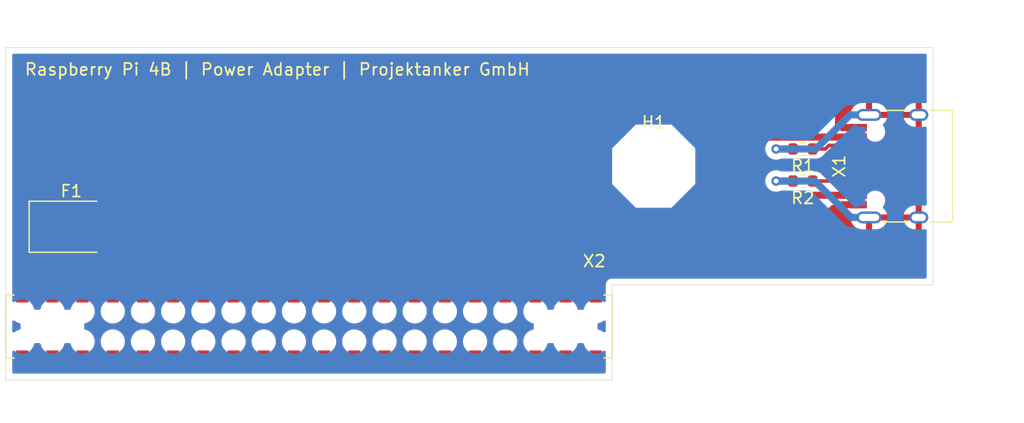
<source format=kicad_pcb>
(kicad_pcb (version 20171130) (host pcbnew "(5.1.5)-3")

  (general
    (thickness 1.6)
    (drawings 14)
    (tracks 43)
    (zones 0)
    (modules 8)
    (nets 44)
  )

  (page A4)
  (layers
    (0 F.Cu signal)
    (31 B.Cu signal)
    (32 B.Adhes user)
    (33 F.Adhes user)
    (34 B.Paste user)
    (35 F.Paste user)
    (36 B.SilkS user)
    (37 F.SilkS user)
    (38 B.Mask user)
    (39 F.Mask user)
    (40 Dwgs.User user)
    (41 Cmts.User user)
    (42 Eco1.User user)
    (43 Eco2.User user)
    (44 Edge.Cuts user)
    (45 Margin user)
    (46 B.CrtYd user)
    (47 F.CrtYd user)
    (48 B.Fab user)
    (49 F.Fab user)
  )

  (setup
    (last_trace_width 0.25)
    (user_trace_width 0.3)
    (user_trace_width 0.4)
    (user_trace_width 0.6)
    (user_trace_width 0.8)
    (user_trace_width 2)
    (trace_clearance 0.2)
    (zone_clearance 0.508)
    (zone_45_only no)
    (trace_min 0.2)
    (via_size 0.8)
    (via_drill 0.4)
    (via_min_size 0.4)
    (via_min_drill 0.3)
    (uvia_size 0.3)
    (uvia_drill 0.1)
    (uvias_allowed no)
    (uvia_min_size 0.2)
    (uvia_min_drill 0.1)
    (edge_width 0.05)
    (segment_width 0.2)
    (pcb_text_width 0.3)
    (pcb_text_size 1.5 1.5)
    (mod_edge_width 0.12)
    (mod_text_size 1 1)
    (mod_text_width 0.15)
    (pad_size 1.8 1.8)
    (pad_drill 1.8)
    (pad_to_mask_clearance 0.051)
    (solder_mask_min_width 0.25)
    (aux_axis_origin 100 101)
    (grid_origin 100 100)
    (visible_elements 7FFFFFFF)
    (pcbplotparams
      (layerselection 0x010fc_ffffffff)
      (usegerberextensions true)
      (usegerberattributes false)
      (usegerberadvancedattributes false)
      (creategerberjobfile false)
      (excludeedgelayer true)
      (linewidth 0.100000)
      (plotframeref false)
      (viasonmask false)
      (mode 1)
      (useauxorigin true)
      (hpglpennumber 1)
      (hpglpenspeed 20)
      (hpglpendiameter 15.000000)
      (psnegative false)
      (psa4output false)
      (plotreference true)
      (plotvalue false)
      (plotinvisibletext false)
      (padsonsilk false)
      (subtractmaskfromsilk true)
      (outputformat 1)
      (mirror false)
      (drillshape 0)
      (scaleselection 1)
      (outputdirectory "fabrication/"))
  )

  (net 0 "")
  (net 1 GND)
  (net 2 +5V)
  (net 3 "Net-(X2-Pad40)")
  (net 4 "Net-(X2-Pad39)")
  (net 5 "Net-(X2-Pad38)")
  (net 6 "Net-(X2-Pad36)")
  (net 7 "Net-(X2-Pad34)")
  (net 8 "Net-(X2-Pad33)")
  (net 9 "Net-(X2-Pad32)")
  (net 10 "Net-(X2-Pad31)")
  (net 11 "Net-(X2-Pad29)")
  (net 12 "Net-(X2-Pad28)")
  (net 13 "Net-(X2-Pad26)")
  (net 14 "Net-(X2-Pad25)")
  (net 15 "Net-(X2-Pad24)")
  (net 16 "Net-(X2-Pad20)")
  (net 17 "Net-(X2-Pad19)")
  (net 18 "Net-(X2-Pad18)")
  (net 19 "Net-(X2-Pad17)")
  (net 20 "Net-(X2-Pad16)")
  (net 21 "Net-(X2-Pad15)")
  (net 22 "Net-(X2-Pad14)")
  (net 23 "Net-(X2-Pad13)")
  (net 24 "Net-(X2-Pad12)")
  (net 25 "Net-(X2-Pad11)")
  (net 26 "Net-(X2-Pad10)")
  (net 27 "Net-(X2-Pad9)")
  (net 28 "Net-(X2-Pad8)")
  (net 29 "Net-(X2-Pad7)")
  (net 30 "Net-(X2-Pad6)")
  (net 31 "Net-(X2-Pad5)")
  (net 32 "Net-(X2-Pad4)")
  (net 33 "Net-(X2-Pad3)")
  (net 34 "Net-(X2-Pad2)")
  (net 35 "Net-(X2-Pad1)")
  (net 36 "Net-(R1-Pad1)")
  (net 37 "Net-(R2-Pad1)")
  (net 38 "Net-(X1-PadB8)")
  (net 39 "Net-(X1-PadB7)")
  (net 40 "Net-(X1-PadA7)")
  (net 41 "Net-(X1-PadB6)")
  (net 42 "Net-(X1-PadA8)")
  (net 43 "Net-(X1-PadA6)")

  (net_class Default "This is the default net class."
    (clearance 0.2)
    (trace_width 0.25)
    (via_dia 0.8)
    (via_drill 0.4)
    (uvia_dia 0.3)
    (uvia_drill 0.1)
    (add_net +5V)
    (add_net GND)
    (add_net "Net-(R1-Pad1)")
    (add_net "Net-(R2-Pad1)")
    (add_net "Net-(X1-PadA6)")
    (add_net "Net-(X1-PadA7)")
    (add_net "Net-(X1-PadA8)")
    (add_net "Net-(X1-PadB6)")
    (add_net "Net-(X1-PadB7)")
    (add_net "Net-(X1-PadB8)")
    (add_net "Net-(X2-Pad1)")
    (add_net "Net-(X2-Pad10)")
    (add_net "Net-(X2-Pad11)")
    (add_net "Net-(X2-Pad12)")
    (add_net "Net-(X2-Pad13)")
    (add_net "Net-(X2-Pad14)")
    (add_net "Net-(X2-Pad15)")
    (add_net "Net-(X2-Pad16)")
    (add_net "Net-(X2-Pad17)")
    (add_net "Net-(X2-Pad18)")
    (add_net "Net-(X2-Pad19)")
    (add_net "Net-(X2-Pad2)")
    (add_net "Net-(X2-Pad20)")
    (add_net "Net-(X2-Pad24)")
    (add_net "Net-(X2-Pad25)")
    (add_net "Net-(X2-Pad26)")
    (add_net "Net-(X2-Pad28)")
    (add_net "Net-(X2-Pad29)")
    (add_net "Net-(X2-Pad3)")
    (add_net "Net-(X2-Pad31)")
    (add_net "Net-(X2-Pad32)")
    (add_net "Net-(X2-Pad33)")
    (add_net "Net-(X2-Pad34)")
    (add_net "Net-(X2-Pad36)")
    (add_net "Net-(X2-Pad38)")
    (add_net "Net-(X2-Pad39)")
    (add_net "Net-(X2-Pad4)")
    (add_net "Net-(X2-Pad40)")
    (add_net "Net-(X2-Pad5)")
    (add_net "Net-(X2-Pad6)")
    (add_net "Net-(X2-Pad7)")
    (add_net "Net-(X2-Pad8)")
    (add_net "Net-(X2-Pad9)")
  )

  (module Hole:Hole_1.8mm locked (layer F.Cu) (tedit 618FD11C) (tstamp 619057F5)
    (at 146 96.5)
    (descr "Hole 1.8mm, no annular")
    (tags "hole 1.8mm no annular")
    (path /618FDB83)
    (attr virtual)
    (fp_text reference H3 (at -2.5 0) (layer F.SilkS) hide
      (effects (font (size 1 1) (thickness 0.15)))
    )
    (fp_text value FH-00369 (at 0 2.1) (layer F.Fab)
      (effects (font (size 1 1) (thickness 0.15)))
    )
    (fp_text user %R (at 0.3 0) (layer F.Fab)
      (effects (font (size 1 1) (thickness 0.15)))
    )
    (pad "" np_thru_hole circle (at -0.18 0) (size 1.8 1.8) (drill 1.8) (layers *.Cu *.Mask))
  )

  (module Hole:Hole_1.8mm locked (layer F.Cu) (tedit 618FD094) (tstamp 619057EF)
    (at 105.18 96.5)
    (descr "Hole 1.8mm, no annular")
    (tags "hole 1.8mm no annular")
    (path /618FD732)
    (attr virtual)
    (fp_text reference H2 (at 2.32 0) (layer F.SilkS) hide
      (effects (font (size 1 1) (thickness 0.15)))
    )
    (fp_text value FH-00369 (at 0 2.1) (layer F.Fab)
      (effects (font (size 1 1) (thickness 0.15)))
    )
    (fp_text user %R (at 0.3 0) (layer F.Fab)
      (effects (font (size 1 1) (thickness 0.15)))
    )
    (pad "" np_thru_hole circle (at 0 0) (size 1.8 1.8) (drill 1.8) (layers *.Cu *.Mask))
  )

  (module Connector_Harwin:Harwin_M20-7812045_2x20_P2.54mm_Vertical locked (layer F.Cu) (tedit 5BFE5FC7) (tstamp 61905F53)
    (at 125.5 96.5 90)
    (descr "Harwin Female Vertical Surface Mount Double Row 2.54mm (0.1 inch) Pitch PCB Connector, M20-7812045, 20 Pins per row (https://cdn.harwin.com/pdfs/M20-781.pdf), generated with kicad-footprint-generator")
    (tags "connector Harwin M20 side entry")
    (path /617E8E1B)
    (attr smd)
    (fp_text reference X2 (at 5.5 24 180) (layer F.SilkS)
      (effects (font (size 1 1) (thickness 0.15)))
    )
    (fp_text value FH-00339 (at 0 26.8 90) (layer F.Fab)
      (effects (font (size 1 1) (thickness 0.15)))
    )
    (fp_text user %R (at 0 -24.7 90) (layer F.Fab)
      (effects (font (size 1 1) (thickness 0.15)))
    )
    (fp_line (start -4.3 25.9) (end -4.3 -25.9) (layer F.CrtYd) (width 0.05))
    (fp_line (start 4.3 25.9) (end -4.3 25.9) (layer F.CrtYd) (width 0.05))
    (fp_line (start 4.3 -25.9) (end 4.3 25.9) (layer F.CrtYd) (width 0.05))
    (fp_line (start -4.3 -25.9) (end 4.3 -25.9) (layer F.CrtYd) (width 0.05))
    (fp_line (start 2.65 25.51) (end 2.65 24.81) (layer F.SilkS) (width 0.12))
    (fp_line (start -2.65 25.51) (end 2.65 25.51) (layer F.SilkS) (width 0.12))
    (fp_line (start -2.65 24.81) (end -2.65 25.51) (layer F.SilkS) (width 0.12))
    (fp_line (start 2.65 -25.51) (end 2.65 -24.81) (layer F.SilkS) (width 0.12))
    (fp_line (start -2.65 -25.51) (end 2.65 -25.51) (layer F.SilkS) (width 0.12))
    (fp_line (start -2.65 -24.81) (end -2.65 -25.51) (layer F.SilkS) (width 0.12))
    (fp_line (start -1.9 -24.13) (end -2.54 -23.73) (layer F.Fab) (width 0.1))
    (fp_line (start -2.54 -24.53) (end -1.9 -24.13) (layer F.Fab) (width 0.1))
    (fp_line (start -2.54 25.4) (end -2.54 -25.4) (layer F.Fab) (width 0.1))
    (fp_line (start 2.54 25.4) (end -2.54 25.4) (layer F.Fab) (width 0.1))
    (fp_line (start 2.54 -25.4) (end 2.54 25.4) (layer F.Fab) (width 0.1))
    (fp_line (start -2.54 -25.4) (end 2.54 -25.4) (layer F.Fab) (width 0.1))
    (pad 40 smd rect (at 2.91 24.13 90) (size 1.78 1.02) (layers F.Cu F.Paste F.Mask)
      (net 3 "Net-(X2-Pad40)"))
    (pad 39 smd rect (at 2.91 21.59 90) (size 1.78 1.02) (layers F.Cu F.Paste F.Mask)
      (net 4 "Net-(X2-Pad39)"))
    (pad 38 smd rect (at 2.91 19.05 90) (size 1.78 1.02) (layers F.Cu F.Paste F.Mask)
      (net 5 "Net-(X2-Pad38)"))
    (pad 37 smd rect (at 2.91 16.51 90) (size 1.78 1.02) (layers F.Cu F.Paste F.Mask)
      (net 1 GND))
    (pad 36 smd rect (at 2.91 13.97 90) (size 1.78 1.02) (layers F.Cu F.Paste F.Mask)
      (net 6 "Net-(X2-Pad36)"))
    (pad 35 smd rect (at 2.91 11.43 90) (size 1.78 1.02) (layers F.Cu F.Paste F.Mask)
      (net 1 GND))
    (pad 34 smd rect (at 2.91 8.89 90) (size 1.78 1.02) (layers F.Cu F.Paste F.Mask)
      (net 7 "Net-(X2-Pad34)"))
    (pad 33 smd rect (at 2.91 6.35 90) (size 1.78 1.02) (layers F.Cu F.Paste F.Mask)
      (net 8 "Net-(X2-Pad33)"))
    (pad 32 smd rect (at 2.91 3.81 90) (size 1.78 1.02) (layers F.Cu F.Paste F.Mask)
      (net 9 "Net-(X2-Pad32)"))
    (pad 31 smd rect (at 2.91 1.27 90) (size 1.78 1.02) (layers F.Cu F.Paste F.Mask)
      (net 10 "Net-(X2-Pad31)"))
    (pad 30 smd rect (at 2.91 -1.27 90) (size 1.78 1.02) (layers F.Cu F.Paste F.Mask)
      (net 1 GND))
    (pad 29 smd rect (at 2.91 -3.81 90) (size 1.78 1.02) (layers F.Cu F.Paste F.Mask)
      (net 11 "Net-(X2-Pad29)"))
    (pad 28 smd rect (at 2.91 -6.35 90) (size 1.78 1.02) (layers F.Cu F.Paste F.Mask)
      (net 12 "Net-(X2-Pad28)"))
    (pad 27 smd rect (at 2.91 -8.89 90) (size 1.78 1.02) (layers F.Cu F.Paste F.Mask)
      (net 1 GND))
    (pad 26 smd rect (at 2.91 -11.43 90) (size 1.78 1.02) (layers F.Cu F.Paste F.Mask)
      (net 13 "Net-(X2-Pad26)"))
    (pad 25 smd rect (at 2.91 -13.97 90) (size 1.78 1.02) (layers F.Cu F.Paste F.Mask)
      (net 14 "Net-(X2-Pad25)"))
    (pad 24 smd rect (at 2.91 -16.51 90) (size 1.78 1.02) (layers F.Cu F.Paste F.Mask)
      (net 15 "Net-(X2-Pad24)"))
    (pad 23 smd rect (at 2.91 -19.05 90) (size 1.78 1.02) (layers F.Cu F.Paste F.Mask)
      (net 1 GND))
    (pad 22 smd rect (at 2.91 -21.59 90) (size 1.78 1.02) (layers F.Cu F.Paste F.Mask)
      (net 2 +5V))
    (pad 21 smd rect (at 2.91 -24.13 90) (size 1.78 1.02) (layers F.Cu F.Paste F.Mask)
      (net 2 +5V))
    (pad 20 smd rect (at -2.91 24.13 90) (size 1.78 1.02) (layers F.Cu F.Paste F.Mask)
      (net 16 "Net-(X2-Pad20)"))
    (pad 19 smd rect (at -2.91 21.59 90) (size 1.78 1.02) (layers F.Cu F.Paste F.Mask)
      (net 17 "Net-(X2-Pad19)"))
    (pad 18 smd rect (at -2.91 19.05 90) (size 1.78 1.02) (layers F.Cu F.Paste F.Mask)
      (net 18 "Net-(X2-Pad18)"))
    (pad 17 smd rect (at -2.91 16.51 90) (size 1.78 1.02) (layers F.Cu F.Paste F.Mask)
      (net 19 "Net-(X2-Pad17)"))
    (pad 16 smd rect (at -2.91 13.97 90) (size 1.78 1.02) (layers F.Cu F.Paste F.Mask)
      (net 20 "Net-(X2-Pad16)"))
    (pad 15 smd rect (at -2.91 11.43 90) (size 1.78 1.02) (layers F.Cu F.Paste F.Mask)
      (net 21 "Net-(X2-Pad15)"))
    (pad 14 smd rect (at -2.91 8.89 90) (size 1.78 1.02) (layers F.Cu F.Paste F.Mask)
      (net 22 "Net-(X2-Pad14)"))
    (pad 13 smd rect (at -2.91 6.35 90) (size 1.78 1.02) (layers F.Cu F.Paste F.Mask)
      (net 23 "Net-(X2-Pad13)"))
    (pad 12 smd rect (at -2.91 3.81 90) (size 1.78 1.02) (layers F.Cu F.Paste F.Mask)
      (net 24 "Net-(X2-Pad12)"))
    (pad 11 smd rect (at -2.91 1.27 90) (size 1.78 1.02) (layers F.Cu F.Paste F.Mask)
      (net 25 "Net-(X2-Pad11)"))
    (pad 10 smd rect (at -2.91 -1.27 90) (size 1.78 1.02) (layers F.Cu F.Paste F.Mask)
      (net 26 "Net-(X2-Pad10)"))
    (pad 9 smd rect (at -2.91 -3.81 90) (size 1.78 1.02) (layers F.Cu F.Paste F.Mask)
      (net 27 "Net-(X2-Pad9)"))
    (pad 8 smd rect (at -2.91 -6.35 90) (size 1.78 1.02) (layers F.Cu F.Paste F.Mask)
      (net 28 "Net-(X2-Pad8)"))
    (pad 7 smd rect (at -2.91 -8.89 90) (size 1.78 1.02) (layers F.Cu F.Paste F.Mask)
      (net 29 "Net-(X2-Pad7)"))
    (pad 6 smd rect (at -2.91 -11.43 90) (size 1.78 1.02) (layers F.Cu F.Paste F.Mask)
      (net 30 "Net-(X2-Pad6)"))
    (pad 5 smd rect (at -2.91 -13.97 90) (size 1.78 1.02) (layers F.Cu F.Paste F.Mask)
      (net 31 "Net-(X2-Pad5)"))
    (pad 4 smd rect (at -2.91 -16.51 90) (size 1.78 1.02) (layers F.Cu F.Paste F.Mask)
      (net 32 "Net-(X2-Pad4)"))
    (pad 3 smd rect (at -2.91 -19.05 90) (size 1.78 1.02) (layers F.Cu F.Paste F.Mask)
      (net 33 "Net-(X2-Pad3)"))
    (pad 2 smd rect (at -2.91 -21.59 90) (size 1.78 1.02) (layers F.Cu F.Paste F.Mask)
      (net 34 "Net-(X2-Pad2)"))
    (pad 1 smd rect (at -2.91 -24.13 90) (size 1.78 1.02) (layers F.Cu F.Paste F.Mask)
      (net 35 "Net-(X2-Pad1)"))
    (pad "" np_thru_hole circle (at 1.27 24.13 90) (size 1.02 1.02) (drill 1.02) (layers *.Cu *.Mask))
    (pad "" np_thru_hole circle (at 1.27 21.59 90) (size 1.02 1.02) (drill 1.02) (layers *.Cu *.Mask))
    (pad "" np_thru_hole circle (at 1.27 19.05 90) (size 1.02 1.02) (drill 1.02) (layers *.Cu *.Mask))
    (pad "" np_thru_hole circle (at 1.27 16.51 90) (size 1.02 1.02) (drill 1.02) (layers *.Cu *.Mask))
    (pad "" np_thru_hole circle (at 1.27 13.97 90) (size 1.02 1.02) (drill 1.02) (layers *.Cu *.Mask))
    (pad "" np_thru_hole circle (at 1.27 11.43 90) (size 1.02 1.02) (drill 1.02) (layers *.Cu *.Mask))
    (pad "" np_thru_hole circle (at 1.27 8.89 90) (size 1.02 1.02) (drill 1.02) (layers *.Cu *.Mask))
    (pad "" np_thru_hole circle (at 1.27 6.35 90) (size 1.02 1.02) (drill 1.02) (layers *.Cu *.Mask))
    (pad "" np_thru_hole circle (at 1.27 3.81 90) (size 1.02 1.02) (drill 1.02) (layers *.Cu *.Mask))
    (pad "" np_thru_hole circle (at 1.27 1.27 90) (size 1.02 1.02) (drill 1.02) (layers *.Cu *.Mask))
    (pad "" np_thru_hole circle (at 1.27 -1.27 90) (size 1.02 1.02) (drill 1.02) (layers *.Cu *.Mask))
    (pad "" np_thru_hole circle (at 1.27 -3.81 90) (size 1.02 1.02) (drill 1.02) (layers *.Cu *.Mask))
    (pad "" np_thru_hole circle (at 1.27 -6.35 90) (size 1.02 1.02) (drill 1.02) (layers *.Cu *.Mask))
    (pad "" np_thru_hole circle (at 1.27 -8.89 90) (size 1.02 1.02) (drill 1.02) (layers *.Cu *.Mask))
    (pad "" np_thru_hole circle (at 1.27 -11.43 90) (size 1.02 1.02) (drill 1.02) (layers *.Cu *.Mask))
    (pad "" np_thru_hole circle (at 1.27 -13.97 90) (size 1.02 1.02) (drill 1.02) (layers *.Cu *.Mask))
    (pad "" np_thru_hole circle (at 1.27 -16.51 90) (size 1.02 1.02) (drill 1.02) (layers *.Cu *.Mask))
    (pad "" np_thru_hole circle (at 1.27 -19.05 90) (size 1.02 1.02) (drill 1.02) (layers *.Cu *.Mask))
    (pad "" np_thru_hole circle (at 1.27 -21.59 90) (size 1.02 1.02) (drill 1.02) (layers *.Cu *.Mask))
    (pad "" np_thru_hole circle (at 1.27 -24.13 90) (size 1.02 1.02) (drill 1.02) (layers *.Cu *.Mask))
    (pad "" np_thru_hole circle (at -1.27 24.13 90) (size 1.02 1.02) (drill 1.02) (layers *.Cu *.Mask))
    (pad "" np_thru_hole circle (at -1.27 21.59 90) (size 1.02 1.02) (drill 1.02) (layers *.Cu *.Mask))
    (pad "" np_thru_hole circle (at -1.27 19.05 90) (size 1.02 1.02) (drill 1.02) (layers *.Cu *.Mask))
    (pad "" np_thru_hole circle (at -1.27 16.51 90) (size 1.02 1.02) (drill 1.02) (layers *.Cu *.Mask))
    (pad "" np_thru_hole circle (at -1.27 13.97 90) (size 1.02 1.02) (drill 1.02) (layers *.Cu *.Mask))
    (pad "" np_thru_hole circle (at -1.27 11.43 90) (size 1.02 1.02) (drill 1.02) (layers *.Cu *.Mask))
    (pad "" np_thru_hole circle (at -1.27 8.89 90) (size 1.02 1.02) (drill 1.02) (layers *.Cu *.Mask))
    (pad "" np_thru_hole circle (at -1.27 6.35 90) (size 1.02 1.02) (drill 1.02) (layers *.Cu *.Mask))
    (pad "" np_thru_hole circle (at -1.27 3.81 90) (size 1.02 1.02) (drill 1.02) (layers *.Cu *.Mask))
    (pad "" np_thru_hole circle (at -1.27 1.27 90) (size 1.02 1.02) (drill 1.02) (layers *.Cu *.Mask))
    (pad "" np_thru_hole circle (at -1.27 -1.27 90) (size 1.02 1.02) (drill 1.02) (layers *.Cu *.Mask))
    (pad "" np_thru_hole circle (at -1.27 -3.81 90) (size 1.02 1.02) (drill 1.02) (layers *.Cu *.Mask))
    (pad "" np_thru_hole circle (at -1.27 -6.35 90) (size 1.02 1.02) (drill 1.02) (layers *.Cu *.Mask))
    (pad "" np_thru_hole circle (at -1.27 -8.89 90) (size 1.02 1.02) (drill 1.02) (layers *.Cu *.Mask))
    (pad "" np_thru_hole circle (at -1.27 -11.43 90) (size 1.02 1.02) (drill 1.02) (layers *.Cu *.Mask))
    (pad "" np_thru_hole circle (at -1.27 -13.97 90) (size 1.02 1.02) (drill 1.02) (layers *.Cu *.Mask))
    (pad "" np_thru_hole circle (at -1.27 -16.51 90) (size 1.02 1.02) (drill 1.02) (layers *.Cu *.Mask))
    (pad "" np_thru_hole circle (at -1.27 -19.05 90) (size 1.02 1.02) (drill 1.02) (layers *.Cu *.Mask))
    (pad "" np_thru_hole circle (at -1.27 -21.59 90) (size 1.02 1.02) (drill 1.02) (layers *.Cu *.Mask))
    (pad "" np_thru_hole circle (at -1.27 -24.13 90) (size 1.02 1.02) (drill 1.02) (layers *.Cu *.Mask))
    (pad "" np_thru_hole circle (at 0 22.86 90) (size 1.8 1.8) (drill 1.8) (layers *.Cu *.Mask))
    (pad "" np_thru_hole circle (at 0 -22.86 90) (size 1.8 1.8) (drill 1.8) (layers *.Cu *.Mask))
    (model ${KISYS3DMOD}/Connector_Harwin.3dshapes/Harwin_M20-7812045_2x20_P2.54mm_Vertical.wrl
      (at (xyz 0 0 0))
      (scale (xyz 1 1 1))
      (rotate (xyz 0 0 0))
    )
  )

  (module MountingHole:MountingHole_2.7mm locked (layer F.Cu) (tedit 56D1B4CB) (tstamp 617D44B5)
    (at 154.5 83)
    (descr "Mounting Hole 2.7mm, no annular")
    (tags "mounting hole 2.7mm no annular")
    (path /617D1315)
    (attr virtual)
    (fp_text reference H1 (at 0 -3.7) (layer F.SilkS)
      (effects (font (size 1 1) (thickness 0.15)))
    )
    (fp_text value MountingHole (at 0 3.7) (layer F.Fab)
      (effects (font (size 1 1) (thickness 0.15)))
    )
    (fp_circle (center 0 0) (end 2.95 0) (layer F.CrtYd) (width 0.05))
    (fp_circle (center 0 0) (end 2.7 0) (layer Cmts.User) (width 0.15))
    (fp_text user %R (at 0.3 0) (layer F.Fab)
      (effects (font (size 1 1) (thickness 0.15)))
    )
    (pad 1 np_thru_hole circle (at 0 0) (size 2.7 2.7) (drill 2.7) (layers *.Cu *.Mask))
  )

  (module Resistor_SMD:R_0603_1608Metric (layer F.Cu) (tedit 5F68FEEE) (tstamp 617C23F0)
    (at 167.05 84.25 180)
    (descr "Resistor SMD 0603 (1608 Metric), square (rectangular) end terminal, IPC_7351 nominal, (Body size source: IPC-SM-782 page 72, https://www.pcb-3d.com/wordpress/wp-content/uploads/ipc-sm-782a_amendment_1_and_2.pdf), generated with kicad-footprint-generator")
    (tags resistor)
    (path /617C501C)
    (attr smd)
    (fp_text reference R2 (at 0 -1.43) (layer F.SilkS)
      (effects (font (size 1 1) (thickness 0.15)))
    )
    (fp_text value 5K1 (at 0 1.43) (layer F.Fab)
      (effects (font (size 1 1) (thickness 0.15)))
    )
    (fp_text user %R (at 0 0) (layer F.Fab)
      (effects (font (size 0.4 0.4) (thickness 0.06)))
    )
    (fp_line (start 1.48 0.73) (end -1.48 0.73) (layer F.CrtYd) (width 0.05))
    (fp_line (start 1.48 -0.73) (end 1.48 0.73) (layer F.CrtYd) (width 0.05))
    (fp_line (start -1.48 -0.73) (end 1.48 -0.73) (layer F.CrtYd) (width 0.05))
    (fp_line (start -1.48 0.73) (end -1.48 -0.73) (layer F.CrtYd) (width 0.05))
    (fp_line (start -0.237258 0.5225) (end 0.237258 0.5225) (layer F.SilkS) (width 0.12))
    (fp_line (start -0.237258 -0.5225) (end 0.237258 -0.5225) (layer F.SilkS) (width 0.12))
    (fp_line (start 0.8 0.4125) (end -0.8 0.4125) (layer F.Fab) (width 0.1))
    (fp_line (start 0.8 -0.4125) (end 0.8 0.4125) (layer F.Fab) (width 0.1))
    (fp_line (start -0.8 -0.4125) (end 0.8 -0.4125) (layer F.Fab) (width 0.1))
    (fp_line (start -0.8 0.4125) (end -0.8 -0.4125) (layer F.Fab) (width 0.1))
    (pad 2 smd roundrect (at 0.825 0 180) (size 0.8 0.95) (layers F.Cu F.Paste F.Mask) (roundrect_rratio 0.25)
      (net 1 GND))
    (pad 1 smd roundrect (at -0.825 0 180) (size 0.8 0.95) (layers F.Cu F.Paste F.Mask) (roundrect_rratio 0.25)
      (net 37 "Net-(R2-Pad1)"))
    (model ${KISYS3DMOD}/Resistor_SMD.3dshapes/R_0603_1608Metric.wrl
      (at (xyz 0 0 0))
      (scale (xyz 1 1 1))
      (rotate (xyz 0 0 0))
    )
  )

  (module Resistor_SMD:R_0603_1608Metric (layer F.Cu) (tedit 5F68FEEE) (tstamp 617D412B)
    (at 167.05 81.55 180)
    (descr "Resistor SMD 0603 (1608 Metric), square (rectangular) end terminal, IPC_7351 nominal, (Body size source: IPC-SM-782 page 72, https://www.pcb-3d.com/wordpress/wp-content/uploads/ipc-sm-782a_amendment_1_and_2.pdf), generated with kicad-footprint-generator")
    (tags resistor)
    (path /617C49F1)
    (attr smd)
    (fp_text reference R1 (at 0 -1.43) (layer F.SilkS)
      (effects (font (size 1 1) (thickness 0.15)))
    )
    (fp_text value 5K1 (at 0 1.43) (layer F.Fab)
      (effects (font (size 1 1) (thickness 0.15)))
    )
    (fp_text user %R (at 0 0) (layer F.Fab)
      (effects (font (size 0.4 0.4) (thickness 0.06)))
    )
    (fp_line (start 1.48 0.73) (end -1.48 0.73) (layer F.CrtYd) (width 0.05))
    (fp_line (start 1.48 -0.73) (end 1.48 0.73) (layer F.CrtYd) (width 0.05))
    (fp_line (start -1.48 -0.73) (end 1.48 -0.73) (layer F.CrtYd) (width 0.05))
    (fp_line (start -1.48 0.73) (end -1.48 -0.73) (layer F.CrtYd) (width 0.05))
    (fp_line (start -0.237258 0.5225) (end 0.237258 0.5225) (layer F.SilkS) (width 0.12))
    (fp_line (start -0.237258 -0.5225) (end 0.237258 -0.5225) (layer F.SilkS) (width 0.12))
    (fp_line (start 0.8 0.4125) (end -0.8 0.4125) (layer F.Fab) (width 0.1))
    (fp_line (start 0.8 -0.4125) (end 0.8 0.4125) (layer F.Fab) (width 0.1))
    (fp_line (start -0.8 -0.4125) (end 0.8 -0.4125) (layer F.Fab) (width 0.1))
    (fp_line (start -0.8 0.4125) (end -0.8 -0.4125) (layer F.Fab) (width 0.1))
    (pad 2 smd roundrect (at 0.825 0 180) (size 0.8 0.95) (layers F.Cu F.Paste F.Mask) (roundrect_rratio 0.25)
      (net 1 GND))
    (pad 1 smd roundrect (at -0.825 0 180) (size 0.8 0.95) (layers F.Cu F.Paste F.Mask) (roundrect_rratio 0.25)
      (net 36 "Net-(R1-Pad1)"))
    (model ${KISYS3DMOD}/Resistor_SMD.3dshapes/R_0603_1608Metric.wrl
      (at (xyz 0 0 0))
      (scale (xyz 1 1 1))
      (rotate (xyz 0 0 0))
    )
  )

  (module Diode_SMD:D_SMB (layer F.Cu) (tedit 58645DF3) (tstamp 617C3537)
    (at 105.5 88.1)
    (descr "Diode SMB (DO-214AA)")
    (tags "Diode SMB (DO-214AA)")
    (path /617C3AD0)
    (attr smd)
    (fp_text reference F1 (at 0 -3) (layer F.SilkS)
      (effects (font (size 1 1) (thickness 0.15)))
    )
    (fp_text value SMBJ5.0A (at 0 3.1) (layer F.Fab)
      (effects (font (size 1 1) (thickness 0.15)))
    )
    (fp_line (start -3.55 -2.15) (end 2.15 -2.15) (layer F.SilkS) (width 0.12))
    (fp_line (start -3.55 2.15) (end 2.15 2.15) (layer F.SilkS) (width 0.12))
    (fp_line (start -0.64944 0.00102) (end 0.50118 -0.79908) (layer F.Fab) (width 0.1))
    (fp_line (start -0.64944 0.00102) (end 0.50118 0.75032) (layer F.Fab) (width 0.1))
    (fp_line (start 0.50118 0.75032) (end 0.50118 -0.79908) (layer F.Fab) (width 0.1))
    (fp_line (start -0.64944 -0.79908) (end -0.64944 0.80112) (layer F.Fab) (width 0.1))
    (fp_line (start 0.50118 0.00102) (end 1.4994 0.00102) (layer F.Fab) (width 0.1))
    (fp_line (start -0.64944 0.00102) (end -1.55114 0.00102) (layer F.Fab) (width 0.1))
    (fp_line (start -3.65 2.25) (end -3.65 -2.25) (layer F.CrtYd) (width 0.05))
    (fp_line (start 3.65 2.25) (end -3.65 2.25) (layer F.CrtYd) (width 0.05))
    (fp_line (start 3.65 -2.25) (end 3.65 2.25) (layer F.CrtYd) (width 0.05))
    (fp_line (start -3.65 -2.25) (end 3.65 -2.25) (layer F.CrtYd) (width 0.05))
    (fp_line (start 2.3 -2) (end -2.3 -2) (layer F.Fab) (width 0.1))
    (fp_line (start 2.3 -2) (end 2.3 2) (layer F.Fab) (width 0.1))
    (fp_line (start -2.3 2) (end -2.3 -2) (layer F.Fab) (width 0.1))
    (fp_line (start 2.3 2) (end -2.3 2) (layer F.Fab) (width 0.1))
    (fp_line (start -3.55 -2.15) (end -3.55 2.15) (layer F.SilkS) (width 0.12))
    (fp_text user %R (at 0 -3) (layer F.Fab)
      (effects (font (size 1 1) (thickness 0.15)))
    )
    (pad 2 smd rect (at 2.15 0) (size 2.5 2.3) (layers F.Cu F.Paste F.Mask)
      (net 1 GND))
    (pad 1 smd rect (at -2.15 0) (size 2.5 2.3) (layers F.Cu F.Paste F.Mask)
      (net 2 +5V))
    (model ${KISYS3DMOD}/Diode_SMD.3dshapes/D_SMB.wrl
      (at (xyz 0 0 0))
      (scale (xyz 1 1 1))
      (rotate (xyz 0 0 0))
    )
  )

  (module Connector_USB:USB_C_Receptacle_HRO_TYPE-C-31-M-12 locked (layer F.Cu) (tedit 5D3C0721) (tstamp 6176CDF2)
    (at 175.75 83 90)
    (descr "USB Type-C receptacle for USB 2.0 and PD, http://www.krhro.com/uploads/soft/180320/1-1P320120243.pdf")
    (tags "usb usb-c 2.0 pd")
    (path /617E84BE)
    (attr smd)
    (fp_text reference X1 (at 0 -5.645 90) (layer F.SilkS)
      (effects (font (size 1 1) (thickness 0.15)))
    )
    (fp_text value TYPE-C-31-M-12 (at 0 5.1 90) (layer F.Fab)
      (effects (font (size 1 1) (thickness 0.15)))
    )
    (fp_line (start -4.7 3.9) (end 4.7 3.9) (layer F.SilkS) (width 0.12))
    (fp_line (start -4.47 -3.65) (end 4.47 -3.65) (layer F.Fab) (width 0.1))
    (fp_line (start -4.47 -3.65) (end -4.47 3.65) (layer F.Fab) (width 0.1))
    (fp_line (start -4.47 3.65) (end 4.47 3.65) (layer F.Fab) (width 0.1))
    (fp_line (start 4.47 -3.65) (end 4.47 3.65) (layer F.Fab) (width 0.1))
    (fp_text user %R (at 0 0 90) (layer F.Fab)
      (effects (font (size 1 1) (thickness 0.15)))
    )
    (fp_line (start -5.32 -5.27) (end 5.32 -5.27) (layer F.CrtYd) (width 0.05))
    (fp_line (start -5.32 4.15) (end 5.32 4.15) (layer F.CrtYd) (width 0.05))
    (fp_line (start -5.32 -5.27) (end -5.32 4.15) (layer F.CrtYd) (width 0.05))
    (fp_line (start 5.32 -5.27) (end 5.32 4.15) (layer F.CrtYd) (width 0.05))
    (fp_line (start 4.7 -1.9) (end 4.7 0.1) (layer F.SilkS) (width 0.12))
    (fp_line (start 4.7 2) (end 4.7 3.9) (layer F.SilkS) (width 0.12))
    (fp_line (start -4.7 -1.9) (end -4.7 0.1) (layer F.SilkS) (width 0.12))
    (fp_line (start -4.7 2) (end -4.7 3.9) (layer F.SilkS) (width 0.12))
    (pad B1 smd rect (at 3.25 -4.045 90) (size 0.6 1.45) (layers F.Cu F.Paste F.Mask)
      (net 1 GND))
    (pad A9 smd rect (at 2.45 -4.045 90) (size 0.6 1.45) (layers F.Cu F.Paste F.Mask)
      (net 2 +5V))
    (pad B9 smd rect (at -2.45 -4.045 90) (size 0.6 1.45) (layers F.Cu F.Paste F.Mask)
      (net 2 +5V))
    (pad B12 smd rect (at -3.25 -4.045 90) (size 0.6 1.45) (layers F.Cu F.Paste F.Mask)
      (net 1 GND))
    (pad A1 smd rect (at -3.25 -4.045 90) (size 0.6 1.45) (layers F.Cu F.Paste F.Mask)
      (net 1 GND))
    (pad A4 smd rect (at -2.45 -4.045 90) (size 0.6 1.45) (layers F.Cu F.Paste F.Mask)
      (net 2 +5V))
    (pad B4 smd rect (at 2.45 -4.045 90) (size 0.6 1.45) (layers F.Cu F.Paste F.Mask)
      (net 2 +5V))
    (pad A12 smd rect (at 3.25 -4.045 90) (size 0.6 1.45) (layers F.Cu F.Paste F.Mask)
      (net 1 GND))
    (pad B8 smd rect (at -1.75 -4.045 90) (size 0.3 1.45) (layers F.Cu F.Paste F.Mask)
      (net 38 "Net-(X1-PadB8)"))
    (pad A5 smd rect (at -1.25 -4.045 90) (size 0.3 1.45) (layers F.Cu F.Paste F.Mask)
      (net 37 "Net-(R2-Pad1)"))
    (pad B7 smd rect (at -0.75 -4.045 90) (size 0.3 1.45) (layers F.Cu F.Paste F.Mask)
      (net 39 "Net-(X1-PadB7)"))
    (pad A7 smd rect (at 0.25 -4.045 90) (size 0.3 1.45) (layers F.Cu F.Paste F.Mask)
      (net 40 "Net-(X1-PadA7)"))
    (pad B6 smd rect (at 0.75 -4.045 90) (size 0.3 1.45) (layers F.Cu F.Paste F.Mask)
      (net 41 "Net-(X1-PadB6)"))
    (pad A8 smd rect (at 1.25 -4.045 90) (size 0.3 1.45) (layers F.Cu F.Paste F.Mask)
      (net 42 "Net-(X1-PadA8)"))
    (pad B5 smd rect (at 1.75 -4.045 90) (size 0.3 1.45) (layers F.Cu F.Paste F.Mask)
      (net 36 "Net-(R1-Pad1)"))
    (pad A6 smd rect (at -0.25 -4.045 90) (size 0.3 1.45) (layers F.Cu F.Paste F.Mask)
      (net 43 "Net-(X1-PadA6)"))
    (pad S1 thru_hole oval (at 4.32 -3.13 90) (size 1 2.1) (drill oval 0.6 1.7) (layers *.Cu *.Mask)
      (net 1 GND))
    (pad S1 thru_hole oval (at -4.32 -3.13 90) (size 1 2.1) (drill oval 0.6 1.7) (layers *.Cu *.Mask)
      (net 1 GND))
    (pad "" np_thru_hole circle (at -2.89 -2.6 90) (size 0.65 0.65) (drill 0.65) (layers *.Cu *.Mask))
    (pad S1 thru_hole oval (at -4.32 1.05 90) (size 1 1.6) (drill oval 0.6 1.2) (layers *.Cu *.Mask)
      (net 1 GND))
    (pad "" np_thru_hole circle (at 2.89 -2.6 90) (size 0.65 0.65) (drill 0.65) (layers *.Cu *.Mask))
    (pad S1 thru_hole oval (at 4.32 1.05 90) (size 1 1.6) (drill oval 0.6 1.2) (layers *.Cu *.Mask)
      (net 1 GND))
    (model ${KISYS3DMOD}/Connector_USB.3dshapes/USB_C_Receptacle_HRO_TYPE-C-31-M-12.wrl
      (at (xyz 0 0 0))
      (scale (xyz 1 1 1))
      (rotate (xyz 0 0 0))
    )
  )

  (gr_text "Raspberry Pi 4B | Power Adapter | Projektanker GmbH" (at 101.5 74.85) (layer F.SilkS)
    (effects (font (size 1 1) (thickness 0.15)) (justify left))
  )
  (dimension 3.5 (width 0.15) (layer Dwgs.User)
    (gr_text "3.500 mm" (at 157.8 94.75 90) (layer Dwgs.User)
      (effects (font (size 1 1) (thickness 0.15)))
    )
    (feature1 (pts (xy 151 93) (xy 157.086421 93)))
    (feature2 (pts (xy 151 96.5) (xy 157.086421 96.5)))
    (crossbar (pts (xy 156.5 96.5) (xy 156.5 93)))
    (arrow1a (pts (xy 156.5 93) (xy 157.086421 94.126504)))
    (arrow1b (pts (xy 156.5 93) (xy 155.913579 94.126504)))
    (arrow2a (pts (xy 156.5 96.5) (xy 157.086421 95.373496)))
    (arrow2b (pts (xy 156.5 96.5) (xy 155.913579 95.373496)))
  )
  (gr_line (start 151 101) (end 151 100) (layer Edge.Cuts) (width 0.05) (tstamp 61773451))
  (gr_line (start 100 101) (end 151 101) (layer Edge.Cuts) (width 0.05))
  (gr_line (start 100 100) (end 100 101) (layer Edge.Cuts) (width 0.05))
  (dimension 3.5 (width 0.15) (layer Dwgs.User)
    (gr_text "3.500 mm" (at 152.75 69.7) (layer Dwgs.User)
      (effects (font (size 1 1) (thickness 0.15)))
    )
    (feature1 (pts (xy 154.5 93) (xy 154.5 70.413579)))
    (feature2 (pts (xy 151 93) (xy 151 70.413579)))
    (crossbar (pts (xy 151 71) (xy 154.5 71)))
    (arrow1a (pts (xy 154.5 71) (xy 153.373496 71.586421)))
    (arrow1b (pts (xy 154.5 71) (xy 153.373496 70.413579)))
    (arrow2a (pts (xy 151 71) (xy 152.126504 71.586421)))
    (arrow2b (pts (xy 151 71) (xy 152.126504 70.413579)))
  )
  (dimension 20 (width 0.15) (layer Dwgs.User)
    (gr_text "20.000 mm" (at 184.3 83 270) (layer Dwgs.User)
      (effects (font (size 1 1) (thickness 0.15)))
    )
    (feature1 (pts (xy 178 93) (xy 183.586421 93)))
    (feature2 (pts (xy 178 73) (xy 183.586421 73)))
    (crossbar (pts (xy 183 73) (xy 183 93)))
    (arrow1a (pts (xy 183 93) (xy 182.413579 91.873496)))
    (arrow1b (pts (xy 183 93) (xy 183.586421 91.873496)))
    (arrow2a (pts (xy 183 73) (xy 182.413579 74.126504)))
    (arrow2b (pts (xy 183 73) (xy 183.586421 74.126504)))
  )
  (dimension 27 (width 0.15) (layer Dwgs.User)
    (gr_text "27.000 mm" (at 164.5 105.3) (layer Dwgs.User)
      (effects (font (size 1 1) (thickness 0.15)))
    )
    (feature1 (pts (xy 151 93) (xy 151 104.586421)))
    (feature2 (pts (xy 178 93) (xy 178 104.586421)))
    (crossbar (pts (xy 178 104) (xy 151 104)))
    (arrow1a (pts (xy 151 104) (xy 152.126504 103.413579)))
    (arrow1b (pts (xy 151 104) (xy 152.126504 104.586421)))
    (arrow2a (pts (xy 178 104) (xy 176.873496 103.413579)))
    (arrow2b (pts (xy 178 104) (xy 176.873496 104.586421)))
  )
  (dimension 51 (width 0.15) (layer Dwgs.User)
    (gr_text "51.000 mm" (at 125.5 105.3) (layer Dwgs.User)
      (effects (font (size 1 1) (thickness 0.15)))
    )
    (feature1 (pts (xy 100 100) (xy 100 104.586421)))
    (feature2 (pts (xy 151 100) (xy 151 104.586421)))
    (crossbar (pts (xy 151 104) (xy 100 104)))
    (arrow1a (pts (xy 100 104) (xy 101.126504 103.413579)))
    (arrow1b (pts (xy 100 104) (xy 101.126504 104.586421)))
    (arrow2a (pts (xy 151 104) (xy 149.873496 103.413579)))
    (arrow2b (pts (xy 151 104) (xy 149.873496 104.586421)))
  )
  (gr_line (start 100 73) (end 100 100) (layer Edge.Cuts) (width 0.05) (tstamp 6176B8B2))
  (gr_line (start 178 73) (end 100 73) (layer Edge.Cuts) (width 0.05))
  (gr_line (start 178 93) (end 178 73) (layer Edge.Cuts) (width 0.05))
  (gr_line (start 151 93) (end 178 93) (layer Edge.Cuts) (width 0.05))
  (gr_line (start 151 100) (end 151 93) (layer Edge.Cuts) (width 0.05))

  (via (at 164.8 84.25) (size 0.8) (drill 0.4) (layers F.Cu B.Cu) (net 1))
  (segment (start 166.225 84.25) (end 164.8 84.25) (width 0.6) (layer F.Cu) (net 1))
  (segment (start 171.17 87.32) (end 172.62 87.32) (width 0.6) (layer B.Cu) (net 1))
  (segment (start 171.12 87.32) (end 171.17 87.32) (width 0.4) (layer B.Cu) (net 1))
  (segment (start 164.8 84.25) (end 168.05 84.25) (width 0.6) (layer B.Cu) (net 1))
  (segment (start 168.05 84.25) (end 171.12 87.32) (width 0.6) (layer B.Cu) (net 1))
  (segment (start 170.38 86.25) (end 169.63 87) (width 0.6) (layer F.Cu) (net 1))
  (segment (start 171.705 86.25) (end 170.38 86.25) (width 0.6) (layer F.Cu) (net 1))
  (segment (start 170.38 79.75) (end 170.1 79.47) (width 0.6) (layer F.Cu) (net 1))
  (segment (start 171.705 79.75) (end 170.38 79.75) (width 0.6) (layer F.Cu) (net 1))
  (via (at 164.8 81.55) (size 0.8) (drill 0.4) (layers F.Cu B.Cu) (net 1))
  (segment (start 166.225 81.55) (end 164.8 81.55) (width 0.6) (layer F.Cu) (net 1))
  (segment (start 164.8 81.55) (end 168.15 81.55) (width 0.6) (layer B.Cu) (net 1))
  (segment (start 171.02 78.68) (end 172.62 78.68) (width 0.6) (layer B.Cu) (net 1))
  (segment (start 168.15 81.55) (end 171.02 78.68) (width 0.6) (layer B.Cu) (net 1))
  (segment (start 106.45 93.59) (end 106.45 91.9) (width 0.8) (layer F.Cu) (net 1))
  (segment (start 106.9 91.45) (end 106.9 90.8) (width 0.8) (layer F.Cu) (net 1))
  (segment (start 106.5 91.9) (end 106.6 91.8) (width 0.8) (layer F.Cu) (net 1))
  (segment (start 106.45 91.9) (end 106.5 91.9) (width 0.8) (layer F.Cu) (net 1))
  (segment (start 106.6 91.8) (end 106.9 91.45) (width 0.8) (layer F.Cu) (net 1))
  (segment (start 106.6 91.8) (end 106.8 91.6) (width 0.8) (layer F.Cu) (net 1))
  (segment (start 106.8 91.6) (end 108.1 91.6) (width 0.8) (layer F.Cu) (net 1))
  (segment (start 116.61 91.9) (end 116.6 91.89) (width 0.8) (layer F.Cu) (net 1))
  (segment (start 116.61 93.59) (end 116.61 91.9) (width 0.8) (layer F.Cu) (net 1))
  (segment (start 124.23 91.9) (end 124.25 91.88) (width 0.8) (layer F.Cu) (net 1))
  (segment (start 124.23 93.59) (end 124.23 91.9) (width 0.8) (layer F.Cu) (net 1))
  (segment (start 136.93 93.59) (end 136.93 91.9) (width 0.8) (layer F.Cu) (net 1))
  (segment (start 142.01 91.9) (end 142 91.89) (width 0.8) (layer F.Cu) (net 1))
  (segment (start 142.01 93.59) (end 142.01 91.9) (width 0.8) (layer F.Cu) (net 1))
  (segment (start 116.61 91.9) (end 116.61 91.39) (width 0.8) (layer F.Cu) (net 1))
  (segment (start 124.23 91.9) (end 124.23 91.48) (width 0.8) (layer F.Cu) (net 1))
  (segment (start 142.01 91.9) (end 142.01 91.41) (width 0.8) (layer F.Cu) (net 1))
  (segment (start 136.93 91.9) (end 136.93 91.47) (width 0.8) (layer F.Cu) (net 1))
  (segment (start 163.75 85.45) (end 163.2 84.9) (width 0.6) (layer F.Cu) (net 2) (tstamp 617D4420))
  (segment (start 171.705 80.55) (end 163.75 80.55) (width 0.6) (layer F.Cu) (net 2))
  (segment (start 163.75 80.55) (end 163.2 80) (width 0.6) (layer F.Cu) (net 2))
  (segment (start 163.75 80.55) (end 163.2 81.1) (width 0.6) (layer F.Cu) (net 2))
  (segment (start 162.35 85.45) (end 162.8 85) (width 0.6) (layer F.Cu) (net 2))
  (segment (start 171.705 85.45) (end 162.35 85.45) (width 0.6) (layer F.Cu) (net 2))
  (segment (start 171.705 81.25) (end 169.25 81.25) (width 0.3) (layer F.Cu) (net 36))
  (segment (start 168.95 81.55) (end 167.875 81.55) (width 0.3) (layer F.Cu) (net 36))
  (segment (start 169.25 81.25) (end 168.95 81.55) (width 0.3) (layer F.Cu) (net 36))
  (segment (start 171.705 84.25) (end 167.875 84.25) (width 0.3) (layer F.Cu) (net 37))

  (zone (net 0) (net_name "") (layers F&B.Cu) (tstamp 0) (hatch edge 0.508)
    (connect_pads (clearance 0.508))
    (min_thickness 0.254)
    (keepout (tracks not_allowed) (vias not_allowed) (copperpour not_allowed))
    (fill (arc_segments 32) (thermal_gap 0.508) (thermal_bridge_width 0.508))
    (polygon
      (pts
        (xy 158 84.5) (xy 156 86.5) (xy 154.5 86.5) (xy 153 86.5) (xy 151 84.5)
        (xy 151 81.5) (xy 153 79.5) (xy 156 79.5) (xy 158 81.5)
      )
    )
  )
  (zone (net 2) (net_name +5V) (layer F.Cu) (tstamp 61906649) (hatch edge 0.508)
    (connect_pads (clearance 0.508))
    (min_thickness 0.4)
    (fill yes (arc_segments 32) (thermal_gap 0.508) (thermal_bridge_width 0.508))
    (polygon
      (pts
        (xy 104.5 83.9) (xy 104.5 94) (xy 101 94) (xy 101 83.9)
      )
    )
    (filled_polygon
      (pts
        (xy 104.3 86.239583) (xy 103.581 86.242) (xy 103.404 86.419) (xy 103.404 88.046) (xy 103.424 88.046)
        (xy 103.424 88.154) (xy 103.404 88.154) (xy 103.404 89.781) (xy 103.581 89.958) (xy 104.3 89.960417)
        (xy 104.3 91.990048) (xy 104.141 91.992) (xy 103.964 92.169) (xy 103.964 93.536) (xy 103.984 93.536)
        (xy 103.984 93.644) (xy 103.964 93.644) (xy 103.964 93.664) (xy 103.856 93.664) (xy 103.856 93.644)
        (xy 102.869 93.644) (xy 102.713 93.8) (xy 102.567 93.8) (xy 102.411 93.644) (xy 101.424 93.644)
        (xy 101.424 93.664) (xy 101.316 93.664) (xy 101.316 93.644) (xy 101.296 93.644) (xy 101.296 93.536)
        (xy 101.316 93.536) (xy 101.316 92.169) (xy 101.424 92.169) (xy 101.424 93.536) (xy 102.411 93.536)
        (xy 102.588 93.359) (xy 102.591426 92.7) (xy 102.688574 92.7) (xy 102.692 93.359) (xy 102.869 93.536)
        (xy 103.856 93.536) (xy 103.856 92.169) (xy 103.679 91.992) (xy 103.4 91.988574) (xy 103.261208 92.002244)
        (xy 103.127749 92.042728) (xy 103.004753 92.108471) (xy 102.896946 92.196946) (xy 102.808471 92.304753) (xy 102.742728 92.427749)
        (xy 102.702244 92.561208) (xy 102.688574 92.7) (xy 102.591426 92.7) (xy 102.577756 92.561208) (xy 102.537272 92.427749)
        (xy 102.471529 92.304753) (xy 102.383054 92.196946) (xy 102.275247 92.108471) (xy 102.152251 92.042728) (xy 102.018792 92.002244)
        (xy 101.88 91.988574) (xy 101.601 91.992) (xy 101.424 92.169) (xy 101.316 92.169) (xy 101.2 92.053)
        (xy 101.2 89.25) (xy 101.388574 89.25) (xy 101.402244 89.388792) (xy 101.442728 89.522251) (xy 101.508471 89.645247)
        (xy 101.596946 89.753054) (xy 101.704753 89.841529) (xy 101.827749 89.907272) (xy 101.961208 89.947756) (xy 102.1 89.961426)
        (xy 103.119 89.958) (xy 103.296 89.781) (xy 103.296 88.154) (xy 101.569 88.154) (xy 101.392 88.331)
        (xy 101.388574 89.25) (xy 101.2 89.25) (xy 101.2 86.95) (xy 101.388574 86.95) (xy 101.392 87.869)
        (xy 101.569 88.046) (xy 103.296 88.046) (xy 103.296 86.419) (xy 103.119 86.242) (xy 102.1 86.238574)
        (xy 101.961208 86.252244) (xy 101.827749 86.292728) (xy 101.704753 86.358471) (xy 101.596946 86.446946) (xy 101.508471 86.554753)
        (xy 101.442728 86.677749) (xy 101.402244 86.811208) (xy 101.388574 86.95) (xy 101.2 86.95) (xy 101.2 84.1)
        (xy 104.3 84.1)
      )
    )
  )
  (zone (net 2) (net_name +5V) (layer F.Cu) (tstamp 61906646) (hatch edge 0.508)
    (connect_pads (clearance 0.508))
    (min_thickness 0.4)
    (fill yes (arc_segments 32) (thermal_gap 0.508) (thermal_bridge_width 0.508) (smoothing chamfer) (radius 1))
    (polygon
      (pts
        (xy 163.5 85.75) (xy 158.5 85.75) (xy 158.5 78.25) (xy 104.5 78.25) (xy 104.5 85.25)
        (xy 101 85.25) (xy 101 73.25) (xy 163.5 73.25)
      )
    )
    (filled_polygon
      (pts
        (xy 163.3 74.332842) (xy 163.3 84.667158) (xy 162.417158 85.55) (xy 159.582842 85.55) (xy 158.7 84.667158)
        (xy 158.7 79.25) (xy 158.696157 79.210982) (xy 158.684776 79.173463) (xy 158.666294 79.138886) (xy 158.641421 79.108579)
        (xy 157.641421 78.108579) (xy 157.611114 78.083706) (xy 157.576537 78.065224) (xy 157.539018 78.053843) (xy 157.5 78.05)
        (xy 105.5 78.05) (xy 105.460982 78.053843) (xy 105.423463 78.065224) (xy 105.388886 78.083706) (xy 105.358579 78.108579)
        (xy 104.358579 79.108579) (xy 104.333706 79.138886) (xy 104.315224 79.173463) (xy 104.303843 79.210982) (xy 104.3 79.25)
        (xy 104.3 84.167158) (xy 103.417158 85.05) (xy 102.082842 85.05) (xy 101.2 84.167158) (xy 101.2 74.332842)
        (xy 101.799842 73.733) (xy 162.700158 73.733)
      )
    )
  )
  (zone (net 2) (net_name +5V) (layer F.Cu) (tstamp 61906643) (hatch edge 0.508)
    (connect_pads (clearance 0.508))
    (min_thickness 0.4)
    (fill yes (arc_segments 32) (thermal_gap 0.508) (thermal_bridge_width 0.508))
    (polygon
      (pts
        (xy 163.5 85.75) (xy 162.75 85.75) (xy 162.75 84.5) (xy 163.5 84.5)
      )
    )
    (filled_polygon
      (pts
        (xy 163.3 85.55) (xy 162.95 85.55) (xy 162.95 84.7) (xy 163.3 84.7)
      )
    )
  )
  (zone (net 1) (net_name GND) (layer F.Cu) (tstamp 61906640) (hatch edge 0.508)
    (connect_pads (clearance 0.508))
    (min_thickness 0.4)
    (fill yes (arc_segments 32) (thermal_gap 0.508) (thermal_bridge_width 0.508) (smoothing chamfer) (radius 1))
    (polygon
      (pts
        (xy 177.1 92) (xy 144 92) (xy 140 92) (xy 139 92) (xy 135 92)
        (xy 126 92) (xy 122.5 92) (xy 118.5 92) (xy 115 92) (xy 108.5 92)
        (xy 106.5 92) (xy 106.5 87) (xy 169.75 87) (xy 169.75 76) (xy 177.1 76)
      )
    )
    (filled_polygon
      (pts
        (xy 176.9 77.082842) (xy 176.9 77.472) (xy 176.854 77.472) (xy 176.854 78.626) (xy 176.874 78.626)
        (xy 176.874 78.734) (xy 176.854 78.734) (xy 176.854 79.888) (xy 176.9 79.888) (xy 176.9 86.112)
        (xy 176.854 86.112) (xy 176.854 87.266) (xy 176.874 87.266) (xy 176.874 87.374) (xy 176.854 87.374)
        (xy 176.854 88.528) (xy 176.9 88.528) (xy 176.9 90.917158) (xy 176.017158 91.8) (xy 107.582842 91.8)
        (xy 106.7 90.917158) (xy 106.7 89.960417) (xy 107.419 89.958) (xy 107.596 89.781) (xy 107.596 88.154)
        (xy 107.704 88.154) (xy 107.704 89.781) (xy 107.881 89.958) (xy 108.9 89.961426) (xy 109.038792 89.947756)
        (xy 109.172251 89.907272) (xy 109.295247 89.841529) (xy 109.403054 89.753054) (xy 109.491529 89.645247) (xy 109.557272 89.522251)
        (xy 109.597756 89.388792) (xy 109.611426 89.25) (xy 109.608 88.331) (xy 109.431 88.154) (xy 107.704 88.154)
        (xy 107.596 88.154) (xy 107.576 88.154) (xy 107.576 88.046) (xy 107.596 88.046) (xy 107.596 88.026)
        (xy 107.704 88.026) (xy 107.704 88.046) (xy 109.431 88.046) (xy 109.608 87.869) (xy 109.609144 87.562119)
        (xy 170.886513 87.562119) (xy 170.933288 87.732392) (xy 171.035583 87.94623) (xy 171.17763 88.136002) (xy 171.353971 88.294415)
        (xy 171.557828 88.415382) (xy 171.781368 88.494254) (xy 172.016 88.528) (xy 172.566 88.528) (xy 172.566 87.374)
        (xy 172.674 87.374) (xy 172.674 88.528) (xy 173.224 88.528) (xy 173.458632 88.494254) (xy 173.682172 88.415382)
        (xy 173.886029 88.294415) (xy 174.06237 88.136002) (xy 174.204417 87.94623) (xy 174.306712 87.732392) (xy 174.353487 87.562119)
        (xy 175.316513 87.562119) (xy 175.363288 87.732392) (xy 175.465583 87.94623) (xy 175.60763 88.136002) (xy 175.783971 88.294415)
        (xy 175.987828 88.415382) (xy 176.211368 88.494254) (xy 176.446 88.528) (xy 176.746 88.528) (xy 176.746 87.374)
        (xy 175.470415 87.374) (xy 175.316513 87.562119) (xy 174.353487 87.562119) (xy 174.199585 87.374) (xy 172.674 87.374)
        (xy 172.566 87.374) (xy 171.040415 87.374) (xy 170.886513 87.562119) (xy 109.609144 87.562119) (xy 109.610494 87.2)
        (xy 168.75 87.2) (xy 168.789018 87.196157) (xy 168.826537 87.184776) (xy 168.861114 87.166294) (xy 168.891421 87.141421)
        (xy 169.574842 86.458) (xy 170.295 86.458) (xy 170.272 86.481) (xy 170.268574 86.55) (xy 170.282244 86.688792)
        (xy 170.322728 86.822251) (xy 170.388471 86.945247) (xy 170.476946 87.053054) (xy 170.584753 87.141529) (xy 170.707749 87.207272)
        (xy 170.841208 87.247756) (xy 170.98 87.261426) (xy 171.036353 87.261035) (xy 171.040415 87.266) (xy 172.566 87.266)
        (xy 172.566 87.248031) (xy 172.568792 87.247756) (xy 172.574581 87.246) (xy 172.674 87.246) (xy 172.674 87.266)
        (xy 174.199585 87.266) (xy 174.353487 87.077881) (xy 175.316513 87.077881) (xy 175.470415 87.266) (xy 176.746 87.266)
        (xy 176.746 86.112) (xy 176.446 86.112) (xy 176.211368 86.145746) (xy 175.987828 86.224618) (xy 175.783971 86.345585)
        (xy 175.60763 86.503998) (xy 175.465583 86.69377) (xy 175.363288 86.907608) (xy 175.316513 87.077881) (xy 174.353487 87.077881)
        (xy 174.306712 86.907608) (xy 174.204417 86.69377) (xy 174.06237 86.503998) (xy 174.01222 86.458947) (xy 174.065433 86.379309)
        (xy 174.143302 86.191315) (xy 174.183 85.991742) (xy 174.183 85.788258) (xy 174.143302 85.588685) (xy 174.065433 85.400691)
        (xy 173.952383 85.231501) (xy 173.808499 85.087617) (xy 173.639309 84.974567) (xy 173.451315 84.896698) (xy 173.251742 84.857)
        (xy 173.141425 84.857) (xy 173.141425 84.6) (xy 173.131576 84.5) (xy 173.141425 84.4) (xy 173.141425 84.1)
        (xy 173.131576 84) (xy 173.141425 83.9) (xy 173.141425 83.6) (xy 173.131576 83.5) (xy 173.141425 83.4)
        (xy 173.141425 83.1) (xy 173.131576 83) (xy 173.141425 82.9) (xy 173.141425 82.6) (xy 173.131576 82.5)
        (xy 173.141425 82.4) (xy 173.141425 82.1) (xy 173.131576 82) (xy 173.141425 81.9) (xy 173.141425 81.6)
        (xy 173.131576 81.5) (xy 173.141425 81.4) (xy 173.141425 81.143) (xy 173.251742 81.143) (xy 173.451315 81.103302)
        (xy 173.639309 81.025433) (xy 173.808499 80.912383) (xy 173.952383 80.768499) (xy 174.065433 80.599309) (xy 174.143302 80.411315)
        (xy 174.183 80.211742) (xy 174.183 80.008258) (xy 174.143302 79.808685) (xy 174.065433 79.620691) (xy 174.01222 79.541053)
        (xy 174.06237 79.496002) (xy 174.204417 79.30623) (xy 174.306712 79.092392) (xy 174.353487 78.922119) (xy 175.316513 78.922119)
        (xy 175.363288 79.092392) (xy 175.465583 79.30623) (xy 175.60763 79.496002) (xy 175.783971 79.654415) (xy 175.987828 79.775382)
        (xy 176.211368 79.854254) (xy 176.446 79.888) (xy 176.746 79.888) (xy 176.746 78.734) (xy 175.470415 78.734)
        (xy 175.316513 78.922119) (xy 174.353487 78.922119) (xy 174.199585 78.734) (xy 172.674 78.734) (xy 172.674 78.754)
        (xy 172.574581 78.754) (xy 172.568792 78.752244) (xy 172.566 78.751969) (xy 172.566 78.734) (xy 171.040415 78.734)
        (xy 171.036353 78.738965) (xy 170.98 78.738574) (xy 170.841208 78.752244) (xy 170.707749 78.792728) (xy 170.584753 78.858471)
        (xy 170.476946 78.946946) (xy 170.388471 79.054753) (xy 170.322728 79.177749) (xy 170.282244 79.311208) (xy 170.268574 79.45)
        (xy 170.272 79.519) (xy 170.295 79.542) (xy 169.95 79.542) (xy 169.95 78.437881) (xy 170.886513 78.437881)
        (xy 171.040415 78.626) (xy 172.566 78.626) (xy 172.566 77.472) (xy 172.674 77.472) (xy 172.674 78.626)
        (xy 174.199585 78.626) (xy 174.353487 78.437881) (xy 175.316513 78.437881) (xy 175.470415 78.626) (xy 176.746 78.626)
        (xy 176.746 77.472) (xy 176.446 77.472) (xy 176.211368 77.505746) (xy 175.987828 77.584618) (xy 175.783971 77.705585)
        (xy 175.60763 77.863998) (xy 175.465583 78.05377) (xy 175.363288 78.267608) (xy 175.316513 78.437881) (xy 174.353487 78.437881)
        (xy 174.306712 78.267608) (xy 174.204417 78.05377) (xy 174.06237 77.863998) (xy 173.886029 77.705585) (xy 173.682172 77.584618)
        (xy 173.458632 77.505746) (xy 173.224 77.472) (xy 172.674 77.472) (xy 172.566 77.472) (xy 172.016 77.472)
        (xy 171.781368 77.505746) (xy 171.557828 77.584618) (xy 171.353971 77.705585) (xy 171.17763 77.863998) (xy 171.035583 78.05377)
        (xy 170.933288 78.267608) (xy 170.886513 78.437881) (xy 169.95 78.437881) (xy 169.95 77.082842) (xy 170.832842 76.2)
        (xy 176.017158 76.2)
      )
    )
  )
  (zone (net 0) (net_name "") (layer B.Cu) (tstamp 6190663D) (hatch edge 0.508)
    (connect_pads (clearance 0.503))
    (min_thickness 0.254)
    (fill yes (arc_segments 32) (thermal_gap 0.508) (thermal_bridge_width 0.508))
    (polygon
      (pts
        (xy 178.5 101.5) (xy 99.5 101.5) (xy 99.5 72.5) (xy 178.5 72.5)
      )
    )
    (filled_polygon
      (pts
        (xy 177.345001 77.573474) (xy 177.321519 77.566351) (xy 177.155507 77.55) (xy 176.444493 77.55) (xy 176.278481 77.566351)
        (xy 176.065476 77.630965) (xy 175.869168 77.735894) (xy 175.697104 77.877104) (xy 175.555894 78.049168) (xy 175.450965 78.245476)
        (xy 175.386351 78.458481) (xy 175.364533 78.68) (xy 175.386351 78.901519) (xy 175.450965 79.114524) (xy 175.555894 79.310832)
        (xy 175.697104 79.482896) (xy 175.869168 79.624106) (xy 176.065476 79.729035) (xy 176.278481 79.793649) (xy 176.444493 79.81)
        (xy 177.155507 79.81) (xy 177.321519 79.793649) (xy 177.345001 79.786526) (xy 177.345 86.213474) (xy 177.321519 86.206351)
        (xy 177.155507 86.19) (xy 176.444493 86.19) (xy 176.278481 86.206351) (xy 176.065476 86.270965) (xy 175.869168 86.375894)
        (xy 175.697104 86.517104) (xy 175.555894 86.689168) (xy 175.450965 86.885476) (xy 175.386351 87.098481) (xy 175.364533 87.32)
        (xy 175.386351 87.541519) (xy 175.450965 87.754524) (xy 175.555894 87.950832) (xy 175.697104 88.122896) (xy 175.869168 88.264106)
        (xy 176.065476 88.369035) (xy 176.278481 88.433649) (xy 176.444493 88.45) (xy 177.155507 88.45) (xy 177.321519 88.433649)
        (xy 177.345 88.426526) (xy 177.345 92.345) (xy 151.032174 92.345) (xy 151 92.341831) (xy 150.967826 92.345)
        (xy 150.871598 92.354478) (xy 150.74813 92.391931) (xy 150.634341 92.452752) (xy 150.534604 92.534604) (xy 150.452752 92.634341)
        (xy 150.391931 92.74813) (xy 150.354478 92.871598) (xy 150.341831 93) (xy 150.345001 93.032184) (xy 150.345001 94.336682)
        (xy 150.169993 94.219745) (xy 149.962526 94.13381) (xy 149.74228 94.09) (xy 149.51772 94.09) (xy 149.297474 94.13381)
        (xy 149.090007 94.219745) (xy 148.903292 94.344504) (xy 148.744504 94.503292) (xy 148.619745 94.690007) (xy 148.53381 94.897474)
        (xy 148.519053 94.971663) (xy 148.510692 94.97) (xy 148.209308 94.97) (xy 148.200947 94.971663) (xy 148.18619 94.897474)
        (xy 148.100255 94.690007) (xy 147.975496 94.503292) (xy 147.816708 94.344504) (xy 147.629993 94.219745) (xy 147.422526 94.13381)
        (xy 147.20228 94.09) (xy 146.97772 94.09) (xy 146.757474 94.13381) (xy 146.550007 94.219745) (xy 146.363292 94.344504)
        (xy 146.204504 94.503292) (xy 146.079745 94.690007) (xy 145.99381 94.897474) (xy 145.979053 94.971663) (xy 145.970692 94.97)
        (xy 145.669308 94.97) (xy 145.660947 94.971663) (xy 145.64619 94.897474) (xy 145.560255 94.690007) (xy 145.435496 94.503292)
        (xy 145.276708 94.344504) (xy 145.089993 94.219745) (xy 144.882526 94.13381) (xy 144.66228 94.09) (xy 144.43772 94.09)
        (xy 144.217474 94.13381) (xy 144.010007 94.219745) (xy 143.823292 94.344504) (xy 143.664504 94.503292) (xy 143.539745 94.690007)
        (xy 143.45381 94.897474) (xy 143.41 95.11772) (xy 143.41 95.34228) (xy 143.45381 95.562526) (xy 143.539745 95.769993)
        (xy 143.664504 95.956708) (xy 143.823292 96.115496) (xy 144.010007 96.240255) (xy 144.217474 96.32619) (xy 144.291663 96.340947)
        (xy 144.29 96.349308) (xy 144.29 96.650692) (xy 144.291663 96.659053) (xy 144.217474 96.67381) (xy 144.010007 96.759745)
        (xy 143.823292 96.884504) (xy 143.664504 97.043292) (xy 143.539745 97.230007) (xy 143.45381 97.437474) (xy 143.41 97.65772)
        (xy 143.41 97.88228) (xy 143.45381 98.102526) (xy 143.539745 98.309993) (xy 143.664504 98.496708) (xy 143.823292 98.655496)
        (xy 144.010007 98.780255) (xy 144.217474 98.86619) (xy 144.43772 98.91) (xy 144.66228 98.91) (xy 144.882526 98.86619)
        (xy 145.089993 98.780255) (xy 145.276708 98.655496) (xy 145.435496 98.496708) (xy 145.560255 98.309993) (xy 145.64619 98.102526)
        (xy 145.660947 98.028337) (xy 145.669308 98.03) (xy 145.970692 98.03) (xy 145.979053 98.028337) (xy 145.99381 98.102526)
        (xy 146.079745 98.309993) (xy 146.204504 98.496708) (xy 146.363292 98.655496) (xy 146.550007 98.780255) (xy 146.757474 98.86619)
        (xy 146.97772 98.91) (xy 147.20228 98.91) (xy 147.422526 98.86619) (xy 147.629993 98.780255) (xy 147.816708 98.655496)
        (xy 147.975496 98.496708) (xy 148.100255 98.309993) (xy 148.18619 98.102526) (xy 148.200947 98.028337) (xy 148.209308 98.03)
        (xy 148.510692 98.03) (xy 148.519053 98.028337) (xy 148.53381 98.102526) (xy 148.619745 98.309993) (xy 148.744504 98.496708)
        (xy 148.903292 98.655496) (xy 149.090007 98.780255) (xy 149.297474 98.86619) (xy 149.51772 98.91) (xy 149.74228 98.91)
        (xy 149.962526 98.86619) (xy 150.169993 98.780255) (xy 150.345 98.663319) (xy 150.345 100.032173) (xy 150.345001 100.032183)
        (xy 150.345001 100.345) (xy 100.655 100.345) (xy 100.655 98.663319) (xy 100.830007 98.780255) (xy 101.037474 98.86619)
        (xy 101.25772 98.91) (xy 101.48228 98.91) (xy 101.702526 98.86619) (xy 101.909993 98.780255) (xy 102.096708 98.655496)
        (xy 102.255496 98.496708) (xy 102.380255 98.309993) (xy 102.46619 98.102526) (xy 102.480947 98.028337) (xy 102.489308 98.03)
        (xy 102.790692 98.03) (xy 102.799053 98.028337) (xy 102.81381 98.102526) (xy 102.899745 98.309993) (xy 103.024504 98.496708)
        (xy 103.183292 98.655496) (xy 103.370007 98.780255) (xy 103.577474 98.86619) (xy 103.79772 98.91) (xy 104.02228 98.91)
        (xy 104.242526 98.86619) (xy 104.449993 98.780255) (xy 104.636708 98.655496) (xy 104.795496 98.496708) (xy 104.920255 98.309993)
        (xy 105.00619 98.102526) (xy 105.020947 98.028337) (xy 105.029308 98.03) (xy 105.330692 98.03) (xy 105.339053 98.028337)
        (xy 105.35381 98.102526) (xy 105.439745 98.309993) (xy 105.564504 98.496708) (xy 105.723292 98.655496) (xy 105.910007 98.780255)
        (xy 106.117474 98.86619) (xy 106.33772 98.91) (xy 106.56228 98.91) (xy 106.782526 98.86619) (xy 106.989993 98.780255)
        (xy 107.176708 98.655496) (xy 107.335496 98.496708) (xy 107.460255 98.309993) (xy 107.54619 98.102526) (xy 107.59 97.88228)
        (xy 107.59 97.65772) (xy 107.85 97.65772) (xy 107.85 97.88228) (xy 107.89381 98.102526) (xy 107.979745 98.309993)
        (xy 108.104504 98.496708) (xy 108.263292 98.655496) (xy 108.450007 98.780255) (xy 108.657474 98.86619) (xy 108.87772 98.91)
        (xy 109.10228 98.91) (xy 109.322526 98.86619) (xy 109.529993 98.780255) (xy 109.716708 98.655496) (xy 109.875496 98.496708)
        (xy 110.000255 98.309993) (xy 110.08619 98.102526) (xy 110.13 97.88228) (xy 110.13 97.65772) (xy 110.39 97.65772)
        (xy 110.39 97.88228) (xy 110.43381 98.102526) (xy 110.519745 98.309993) (xy 110.644504 98.496708) (xy 110.803292 98.655496)
        (xy 110.990007 98.780255) (xy 111.197474 98.86619) (xy 111.41772 98.91) (xy 111.64228 98.91) (xy 111.862526 98.86619)
        (xy 112.069993 98.780255) (xy 112.256708 98.655496) (xy 112.415496 98.496708) (xy 112.540255 98.309993) (xy 112.62619 98.102526)
        (xy 112.67 97.88228) (xy 112.67 97.65772) (xy 112.93 97.65772) (xy 112.93 97.88228) (xy 112.97381 98.102526)
        (xy 113.059745 98.309993) (xy 113.184504 98.496708) (xy 113.343292 98.655496) (xy 113.530007 98.780255) (xy 113.737474 98.86619)
        (xy 113.95772 98.91) (xy 114.18228 98.91) (xy 114.402526 98.86619) (xy 114.609993 98.780255) (xy 114.796708 98.655496)
        (xy 114.955496 98.496708) (xy 115.080255 98.309993) (xy 115.16619 98.102526) (xy 115.21 97.88228) (xy 115.21 97.65772)
        (xy 115.47 97.65772) (xy 115.47 97.88228) (xy 115.51381 98.102526) (xy 115.599745 98.309993) (xy 115.724504 98.496708)
        (xy 115.883292 98.655496) (xy 116.070007 98.780255) (xy 116.277474 98.86619) (xy 116.49772 98.91) (xy 116.72228 98.91)
        (xy 116.942526 98.86619) (xy 117.149993 98.780255) (xy 117.336708 98.655496) (xy 117.495496 98.496708) (xy 117.620255 98.309993)
        (xy 117.70619 98.102526) (xy 117.75 97.88228) (xy 117.75 97.65772) (xy 118.01 97.65772) (xy 118.01 97.88228)
        (xy 118.05381 98.102526) (xy 118.139745 98.309993) (xy 118.264504 98.496708) (xy 118.423292 98.655496) (xy 118.610007 98.780255)
        (xy 118.817474 98.86619) (xy 119.03772 98.91) (xy 119.26228 98.91) (xy 119.482526 98.86619) (xy 119.689993 98.780255)
        (xy 119.876708 98.655496) (xy 120.035496 98.496708) (xy 120.160255 98.309993) (xy 120.24619 98.102526) (xy 120.29 97.88228)
        (xy 120.29 97.65772) (xy 120.55 97.65772) (xy 120.55 97.88228) (xy 120.59381 98.102526) (xy 120.679745 98.309993)
        (xy 120.804504 98.496708) (xy 120.963292 98.655496) (xy 121.150007 98.780255) (xy 121.357474 98.86619) (xy 121.57772 98.91)
        (xy 121.80228 98.91) (xy 122.022526 98.86619) (xy 122.229993 98.780255) (xy 122.416708 98.655496) (xy 122.575496 98.496708)
        (xy 122.700255 98.309993) (xy 122.78619 98.102526) (xy 122.83 97.88228) (xy 122.83 97.65772) (xy 123.09 97.65772)
        (xy 123.09 97.88228) (xy 123.13381 98.102526) (xy 123.219745 98.309993) (xy 123.344504 98.496708) (xy 123.503292 98.655496)
        (xy 123.690007 98.780255) (xy 123.897474 98.86619) (xy 124.11772 98.91) (xy 124.34228 98.91) (xy 124.562526 98.86619)
        (xy 124.769993 98.780255) (xy 124.956708 98.655496) (xy 125.115496 98.496708) (xy 125.240255 98.309993) (xy 125.32619 98.102526)
        (xy 125.37 97.88228) (xy 125.37 97.65772) (xy 125.63 97.65772) (xy 125.63 97.88228) (xy 125.67381 98.102526)
        (xy 125.759745 98.309993) (xy 125.884504 98.496708) (xy 126.043292 98.655496) (xy 126.230007 98.780255) (xy 126.437474 98.86619)
        (xy 126.65772 98.91) (xy 126.88228 98.91) (xy 127.102526 98.86619) (xy 127.309993 98.780255) (xy 127.496708 98.655496)
        (xy 127.655496 98.496708) (xy 127.780255 98.309993) (xy 127.86619 98.102526) (xy 127.91 97.88228) (xy 127.91 97.65772)
        (xy 128.17 97.65772) (xy 128.17 97.88228) (xy 128.21381 98.102526) (xy 128.299745 98.309993) (xy 128.424504 98.496708)
        (xy 128.583292 98.655496) (xy 128.770007 98.780255) (xy 128.977474 98.86619) (xy 129.19772 98.91) (xy 129.42228 98.91)
        (xy 129.642526 98.86619) (xy 129.849993 98.780255) (xy 130.036708 98.655496) (xy 130.195496 98.496708) (xy 130.320255 98.309993)
        (xy 130.40619 98.102526) (xy 130.45 97.88228) (xy 130.45 97.65772) (xy 130.71 97.65772) (xy 130.71 97.88228)
        (xy 130.75381 98.102526) (xy 130.839745 98.309993) (xy 130.964504 98.496708) (xy 131.123292 98.655496) (xy 131.310007 98.780255)
        (xy 131.517474 98.86619) (xy 131.73772 98.91) (xy 131.96228 98.91) (xy 132.182526 98.86619) (xy 132.389993 98.780255)
        (xy 132.576708 98.655496) (xy 132.735496 98.496708) (xy 132.860255 98.309993) (xy 132.94619 98.102526) (xy 132.99 97.88228)
        (xy 132.99 97.65772) (xy 133.25 97.65772) (xy 133.25 97.88228) (xy 133.29381 98.102526) (xy 133.379745 98.309993)
        (xy 133.504504 98.496708) (xy 133.663292 98.655496) (xy 133.850007 98.780255) (xy 134.057474 98.86619) (xy 134.27772 98.91)
        (xy 134.50228 98.91) (xy 134.722526 98.86619) (xy 134.929993 98.780255) (xy 135.116708 98.655496) (xy 135.275496 98.496708)
        (xy 135.400255 98.309993) (xy 135.48619 98.102526) (xy 135.53 97.88228) (xy 135.53 97.65772) (xy 135.79 97.65772)
        (xy 135.79 97.88228) (xy 135.83381 98.102526) (xy 135.919745 98.309993) (xy 136.044504 98.496708) (xy 136.203292 98.655496)
        (xy 136.390007 98.780255) (xy 136.597474 98.86619) (xy 136.81772 98.91) (xy 137.04228 98.91) (xy 137.262526 98.86619)
        (xy 137.469993 98.780255) (xy 137.656708 98.655496) (xy 137.815496 98.496708) (xy 137.940255 98.309993) (xy 138.02619 98.102526)
        (xy 138.07 97.88228) (xy 138.07 97.65772) (xy 138.33 97.65772) (xy 138.33 97.88228) (xy 138.37381 98.102526)
        (xy 138.459745 98.309993) (xy 138.584504 98.496708) (xy 138.743292 98.655496) (xy 138.930007 98.780255) (xy 139.137474 98.86619)
        (xy 139.35772 98.91) (xy 139.58228 98.91) (xy 139.802526 98.86619) (xy 140.009993 98.780255) (xy 140.196708 98.655496)
        (xy 140.355496 98.496708) (xy 140.480255 98.309993) (xy 140.56619 98.102526) (xy 140.61 97.88228) (xy 140.61 97.65772)
        (xy 140.87 97.65772) (xy 140.87 97.88228) (xy 140.91381 98.102526) (xy 140.999745 98.309993) (xy 141.124504 98.496708)
        (xy 141.283292 98.655496) (xy 141.470007 98.780255) (xy 141.677474 98.86619) (xy 141.89772 98.91) (xy 142.12228 98.91)
        (xy 142.342526 98.86619) (xy 142.549993 98.780255) (xy 142.736708 98.655496) (xy 142.895496 98.496708) (xy 143.020255 98.309993)
        (xy 143.10619 98.102526) (xy 143.15 97.88228) (xy 143.15 97.65772) (xy 143.10619 97.437474) (xy 143.020255 97.230007)
        (xy 142.895496 97.043292) (xy 142.736708 96.884504) (xy 142.549993 96.759745) (xy 142.342526 96.67381) (xy 142.12228 96.63)
        (xy 141.89772 96.63) (xy 141.677474 96.67381) (xy 141.470007 96.759745) (xy 141.283292 96.884504) (xy 141.124504 97.043292)
        (xy 140.999745 97.230007) (xy 140.91381 97.437474) (xy 140.87 97.65772) (xy 140.61 97.65772) (xy 140.56619 97.437474)
        (xy 140.480255 97.230007) (xy 140.355496 97.043292) (xy 140.196708 96.884504) (xy 140.009993 96.759745) (xy 139.802526 96.67381)
        (xy 139.58228 96.63) (xy 139.35772 96.63) (xy 139.137474 96.67381) (xy 138.930007 96.759745) (xy 138.743292 96.884504)
        (xy 138.584504 97.043292) (xy 138.459745 97.230007) (xy 138.37381 97.437474) (xy 138.33 97.65772) (xy 138.07 97.65772)
        (xy 138.02619 97.437474) (xy 137.940255 97.230007) (xy 137.815496 97.043292) (xy 137.656708 96.884504) (xy 137.469993 96.759745)
        (xy 137.262526 96.67381) (xy 137.04228 96.63) (xy 136.81772 96.63) (xy 136.597474 96.67381) (xy 136.390007 96.759745)
        (xy 136.203292 96.884504) (xy 136.044504 97.043292) (xy 135.919745 97.230007) (xy 135.83381 97.437474) (xy 135.79 97.65772)
        (xy 135.53 97.65772) (xy 135.48619 97.437474) (xy 135.400255 97.230007) (xy 135.275496 97.043292) (xy 135.116708 96.884504)
        (xy 134.929993 96.759745) (xy 134.722526 96.67381) (xy 134.50228 96.63) (xy 134.27772 96.63) (xy 134.057474 96.67381)
        (xy 133.850007 96.759745) (xy 133.663292 96.884504) (xy 133.504504 97.043292) (xy 133.379745 97.230007) (xy 133.29381 97.437474)
        (xy 133.25 97.65772) (xy 132.99 97.65772) (xy 132.94619 97.437474) (xy 132.860255 97.230007) (xy 132.735496 97.043292)
        (xy 132.576708 96.884504) (xy 132.389993 96.759745) (xy 132.182526 96.67381) (xy 131.96228 96.63) (xy 131.73772 96.63)
        (xy 131.517474 96.67381) (xy 131.310007 96.759745) (xy 131.123292 96.884504) (xy 130.964504 97.043292) (xy 130.839745 97.230007)
        (xy 130.75381 97.437474) (xy 130.71 97.65772) (xy 130.45 97.65772) (xy 130.40619 97.437474) (xy 130.320255 97.230007)
        (xy 130.195496 97.043292) (xy 130.036708 96.884504) (xy 129.849993 96.759745) (xy 129.642526 96.67381) (xy 129.42228 96.63)
        (xy 129.19772 96.63) (xy 128.977474 96.67381) (xy 128.770007 96.759745) (xy 128.583292 96.884504) (xy 128.424504 97.043292)
        (xy 128.299745 97.230007) (xy 128.21381 97.437474) (xy 128.17 97.65772) (xy 127.91 97.65772) (xy 127.86619 97.437474)
        (xy 127.780255 97.230007) (xy 127.655496 97.043292) (xy 127.496708 96.884504) (xy 127.309993 96.759745) (xy 127.102526 96.67381)
        (xy 126.88228 96.63) (xy 126.65772 96.63) (xy 126.437474 96.67381) (xy 126.230007 96.759745) (xy 126.043292 96.884504)
        (xy 125.884504 97.043292) (xy 125.759745 97.230007) (xy 125.67381 97.437474) (xy 125.63 97.65772) (xy 125.37 97.65772)
        (xy 125.32619 97.437474) (xy 125.240255 97.230007) (xy 125.115496 97.043292) (xy 124.956708 96.884504) (xy 124.769993 96.759745)
        (xy 124.562526 96.67381) (xy 124.34228 96.63) (xy 124.11772 96.63) (xy 123.897474 96.67381) (xy 123.690007 96.759745)
        (xy 123.503292 96.884504) (xy 123.344504 97.043292) (xy 123.219745 97.230007) (xy 123.13381 97.437474) (xy 123.09 97.65772)
        (xy 122.83 97.65772) (xy 122.78619 97.437474) (xy 122.700255 97.230007) (xy 122.575496 97.043292) (xy 122.416708 96.884504)
        (xy 122.229993 96.759745) (xy 122.022526 96.67381) (xy 121.80228 96.63) (xy 121.57772 96.63) (xy 121.357474 96.67381)
        (xy 121.150007 96.759745) (xy 120.963292 96.884504) (xy 120.804504 97.043292) (xy 120.679745 97.230007) (xy 120.59381 97.437474)
        (xy 120.55 97.65772) (xy 120.29 97.65772) (xy 120.24619 97.437474) (xy 120.160255 97.230007) (xy 120.035496 97.043292)
        (xy 119.876708 96.884504) (xy 119.689993 96.759745) (xy 119.482526 96.67381) (xy 119.26228 96.63) (xy 119.03772 96.63)
        (xy 118.817474 96.67381) (xy 118.610007 96.759745) (xy 118.423292 96.884504) (xy 118.264504 97.043292) (xy 118.139745 97.230007)
        (xy 118.05381 97.437474) (xy 118.01 97.65772) (xy 117.75 97.65772) (xy 117.70619 97.437474) (xy 117.620255 97.230007)
        (xy 117.495496 97.043292) (xy 117.336708 96.884504) (xy 117.149993 96.759745) (xy 116.942526 96.67381) (xy 116.72228 96.63)
        (xy 116.49772 96.63) (xy 116.277474 96.67381) (xy 116.070007 96.759745) (xy 115.883292 96.884504) (xy 115.724504 97.043292)
        (xy 115.599745 97.230007) (xy 115.51381 97.437474) (xy 115.47 97.65772) (xy 115.21 97.65772) (xy 115.16619 97.437474)
        (xy 115.080255 97.230007) (xy 114.955496 97.043292) (xy 114.796708 96.884504) (xy 114.609993 96.759745) (xy 114.402526 96.67381)
        (xy 114.18228 96.63) (xy 113.95772 96.63) (xy 113.737474 96.67381) (xy 113.530007 96.759745) (xy 113.343292 96.884504)
        (xy 113.184504 97.043292) (xy 113.059745 97.230007) (xy 112.97381 97.437474) (xy 112.93 97.65772) (xy 112.67 97.65772)
        (xy 112.62619 97.437474) (xy 112.540255 97.230007) (xy 112.415496 97.043292) (xy 112.256708 96.884504) (xy 112.069993 96.759745)
        (xy 111.862526 96.67381) (xy 111.64228 96.63) (xy 111.41772 96.63) (xy 111.197474 96.67381) (xy 110.990007 96.759745)
        (xy 110.803292 96.884504) (xy 110.644504 97.043292) (xy 110.519745 97.230007) (xy 110.43381 97.437474) (xy 110.39 97.65772)
        (xy 110.13 97.65772) (xy 110.08619 97.437474) (xy 110.000255 97.230007) (xy 109.875496 97.043292) (xy 109.716708 96.884504)
        (xy 109.529993 96.759745) (xy 109.322526 96.67381) (xy 109.10228 96.63) (xy 108.87772 96.63) (xy 108.657474 96.67381)
        (xy 108.450007 96.759745) (xy 108.263292 96.884504) (xy 108.104504 97.043292) (xy 107.979745 97.230007) (xy 107.89381 97.437474)
        (xy 107.85 97.65772) (xy 107.59 97.65772) (xy 107.54619 97.437474) (xy 107.460255 97.230007) (xy 107.335496 97.043292)
        (xy 107.176708 96.884504) (xy 106.989993 96.759745) (xy 106.782526 96.67381) (xy 106.708337 96.659053) (xy 106.71 96.650692)
        (xy 106.71 96.349308) (xy 106.708337 96.340947) (xy 106.782526 96.32619) (xy 106.989993 96.240255) (xy 107.176708 96.115496)
        (xy 107.335496 95.956708) (xy 107.460255 95.769993) (xy 107.54619 95.562526) (xy 107.59 95.34228) (xy 107.59 95.11772)
        (xy 107.85 95.11772) (xy 107.85 95.34228) (xy 107.89381 95.562526) (xy 107.979745 95.769993) (xy 108.104504 95.956708)
        (xy 108.263292 96.115496) (xy 108.450007 96.240255) (xy 108.657474 96.32619) (xy 108.87772 96.37) (xy 109.10228 96.37)
        (xy 109.322526 96.32619) (xy 109.529993 96.240255) (xy 109.716708 96.115496) (xy 109.875496 95.956708) (xy 110.000255 95.769993)
        (xy 110.08619 95.562526) (xy 110.13 95.34228) (xy 110.13 95.11772) (xy 110.39 95.11772) (xy 110.39 95.34228)
        (xy 110.43381 95.562526) (xy 110.519745 95.769993) (xy 110.644504 95.956708) (xy 110.803292 96.115496) (xy 110.990007 96.240255)
        (xy 111.197474 96.32619) (xy 111.41772 96.37) (xy 111.64228 96.37) (xy 111.862526 96.32619) (xy 112.069993 96.240255)
        (xy 112.256708 96.115496) (xy 112.415496 95.956708) (xy 112.540255 95.769993) (xy 112.62619 95.562526) (xy 112.67 95.34228)
        (xy 112.67 95.11772) (xy 112.93 95.11772) (xy 112.93 95.34228) (xy 112.97381 95.562526) (xy 113.059745 95.769993)
        (xy 113.184504 95.956708) (xy 113.343292 96.115496) (xy 113.530007 96.240255) (xy 113.737474 96.32619) (xy 113.95772 96.37)
        (xy 114.18228 96.37) (xy 114.402526 96.32619) (xy 114.609993 96.240255) (xy 114.796708 96.115496) (xy 114.955496 95.956708)
        (xy 115.080255 95.769993) (xy 115.16619 95.562526) (xy 115.21 95.34228) (xy 115.21 95.11772) (xy 115.47 95.11772)
        (xy 115.47 95.34228) (xy 115.51381 95.562526) (xy 115.599745 95.769993) (xy 115.724504 95.956708) (xy 115.883292 96.115496)
        (xy 116.070007 96.240255) (xy 116.277474 96.32619) (xy 116.49772 96.37) (xy 116.72228 96.37) (xy 116.942526 96.32619)
        (xy 117.149993 96.240255) (xy 117.336708 96.115496) (xy 117.495496 95.956708) (xy 117.620255 95.769993) (xy 117.70619 95.562526)
        (xy 117.75 95.34228) (xy 117.75 95.11772) (xy 118.01 95.11772) (xy 118.01 95.34228) (xy 118.05381 95.562526)
        (xy 118.139745 95.769993) (xy 118.264504 95.956708) (xy 118.423292 96.115496) (xy 118.610007 96.240255) (xy 118.817474 96.32619)
        (xy 119.03772 96.37) (xy 119.26228 96.37) (xy 119.482526 96.32619) (xy 119.689993 96.240255) (xy 119.876708 96.115496)
        (xy 120.035496 95.956708) (xy 120.160255 95.769993) (xy 120.24619 95.562526) (xy 120.29 95.34228) (xy 120.29 95.11772)
        (xy 120.55 95.11772) (xy 120.55 95.34228) (xy 120.59381 95.562526) (xy 120.679745 95.769993) (xy 120.804504 95.956708)
        (xy 120.963292 96.115496) (xy 121.150007 96.240255) (xy 121.357474 96.32619) (xy 121.57772 96.37) (xy 121.80228 96.37)
        (xy 122.022526 96.32619) (xy 122.229993 96.240255) (xy 122.416708 96.115496) (xy 122.575496 95.956708) (xy 122.700255 95.769993)
        (xy 122.78619 95.562526) (xy 122.83 95.34228) (xy 122.83 95.11772) (xy 123.09 95.11772) (xy 123.09 95.34228)
        (xy 123.13381 95.562526) (xy 123.219745 95.769993) (xy 123.344504 95.956708) (xy 123.503292 96.115496) (xy 123.690007 96.240255)
        (xy 123.897474 96.32619) (xy 124.11772 96.37) (xy 124.34228 96.37) (xy 124.562526 96.32619) (xy 124.769993 96.240255)
        (xy 124.956708 96.115496) (xy 125.115496 95.956708) (xy 125.240255 95.769993) (xy 125.32619 95.562526) (xy 125.37 95.34228)
        (xy 125.37 95.11772) (xy 125.63 95.11772) (xy 125.63 95.34228) (xy 125.67381 95.562526) (xy 125.759745 95.769993)
        (xy 125.884504 95.956708) (xy 126.043292 96.115496) (xy 126.230007 96.240255) (xy 126.437474 96.32619) (xy 126.65772 96.37)
        (xy 126.88228 96.37) (xy 127.102526 96.32619) (xy 127.309993 96.240255) (xy 127.496708 96.115496) (xy 127.655496 95.956708)
        (xy 127.780255 95.769993) (xy 127.86619 95.562526) (xy 127.91 95.34228) (xy 127.91 95.11772) (xy 128.17 95.11772)
        (xy 128.17 95.34228) (xy 128.21381 95.562526) (xy 128.299745 95.769993) (xy 128.424504 95.956708) (xy 128.583292 96.115496)
        (xy 128.770007 96.240255) (xy 128.977474 96.32619) (xy 129.19772 96.37) (xy 129.42228 96.37) (xy 129.642526 96.32619)
        (xy 129.849993 96.240255) (xy 130.036708 96.115496) (xy 130.195496 95.956708) (xy 130.320255 95.769993) (xy 130.40619 95.562526)
        (xy 130.45 95.34228) (xy 130.45 95.11772) (xy 130.71 95.11772) (xy 130.71 95.34228) (xy 130.75381 95.562526)
        (xy 130.839745 95.769993) (xy 130.964504 95.956708) (xy 131.123292 96.115496) (xy 131.310007 96.240255) (xy 131.517474 96.32619)
        (xy 131.73772 96.37) (xy 131.96228 96.37) (xy 132.182526 96.32619) (xy 132.389993 96.240255) (xy 132.576708 96.115496)
        (xy 132.735496 95.956708) (xy 132.860255 95.769993) (xy 132.94619 95.562526) (xy 132.99 95.34228) (xy 132.99 95.11772)
        (xy 133.25 95.11772) (xy 133.25 95.34228) (xy 133.29381 95.562526) (xy 133.379745 95.769993) (xy 133.504504 95.956708)
        (xy 133.663292 96.115496) (xy 133.850007 96.240255) (xy 134.057474 96.32619) (xy 134.27772 96.37) (xy 134.50228 96.37)
        (xy 134.722526 96.32619) (xy 134.929993 96.240255) (xy 135.116708 96.115496) (xy 135.275496 95.956708) (xy 135.400255 95.769993)
        (xy 135.48619 95.562526) (xy 135.53 95.34228) (xy 135.53 95.11772) (xy 135.79 95.11772) (xy 135.79 95.34228)
        (xy 135.83381 95.562526) (xy 135.919745 95.769993) (xy 136.044504 95.956708) (xy 136.203292 96.115496) (xy 136.390007 96.240255)
        (xy 136.597474 96.32619) (xy 136.81772 96.37) (xy 137.04228 96.37) (xy 137.262526 96.32619) (xy 137.469993 96.240255)
        (xy 137.656708 96.115496) (xy 137.815496 95.956708) (xy 137.940255 95.769993) (xy 138.02619 95.562526) (xy 138.07 95.34228)
        (xy 138.07 95.11772) (xy 138.33 95.11772) (xy 138.33 95.34228) (xy 138.37381 95.562526) (xy 138.459745 95.769993)
        (xy 138.584504 95.956708) (xy 138.743292 96.115496) (xy 138.930007 96.240255) (xy 139.137474 96.32619) (xy 139.35772 96.37)
        (xy 139.58228 96.37) (xy 139.802526 96.32619) (xy 140.009993 96.240255) (xy 140.196708 96.115496) (xy 140.355496 95.956708)
        (xy 140.480255 95.769993) (xy 140.56619 95.562526) (xy 140.61 95.34228) (xy 140.61 95.11772) (xy 140.87 95.11772)
        (xy 140.87 95.34228) (xy 140.91381 95.562526) (xy 140.999745 95.769993) (xy 141.124504 95.956708) (xy 141.283292 96.115496)
        (xy 141.470007 96.240255) (xy 141.677474 96.32619) (xy 141.89772 96.37) (xy 142.12228 96.37) (xy 142.342526 96.32619)
        (xy 142.549993 96.240255) (xy 142.736708 96.115496) (xy 142.895496 95.956708) (xy 143.020255 95.769993) (xy 143.10619 95.562526)
        (xy 143.15 95.34228) (xy 143.15 95.11772) (xy 143.10619 94.897474) (xy 143.020255 94.690007) (xy 142.895496 94.503292)
        (xy 142.736708 94.344504) (xy 142.549993 94.219745) (xy 142.342526 94.13381) (xy 142.12228 94.09) (xy 141.89772 94.09)
        (xy 141.677474 94.13381) (xy 141.470007 94.219745) (xy 141.283292 94.344504) (xy 141.124504 94.503292) (xy 140.999745 94.690007)
        (xy 140.91381 94.897474) (xy 140.87 95.11772) (xy 140.61 95.11772) (xy 140.56619 94.897474) (xy 140.480255 94.690007)
        (xy 140.355496 94.503292) (xy 140.196708 94.344504) (xy 140.009993 94.219745) (xy 139.802526 94.13381) (xy 139.58228 94.09)
        (xy 139.35772 94.09) (xy 139.137474 94.13381) (xy 138.930007 94.219745) (xy 138.743292 94.344504) (xy 138.584504 94.503292)
        (xy 138.459745 94.690007) (xy 138.37381 94.897474) (xy 138.33 95.11772) (xy 138.07 95.11772) (xy 138.02619 94.897474)
        (xy 137.940255 94.690007) (xy 137.815496 94.503292) (xy 137.656708 94.344504) (xy 137.469993 94.219745) (xy 137.262526 94.13381)
        (xy 137.04228 94.09) (xy 136.81772 94.09) (xy 136.597474 94.13381) (xy 136.390007 94.219745) (xy 136.203292 94.344504)
        (xy 136.044504 94.503292) (xy 135.919745 94.690007) (xy 135.83381 94.897474) (xy 135.79 95.11772) (xy 135.53 95.11772)
        (xy 135.48619 94.897474) (xy 135.400255 94.690007) (xy 135.275496 94.503292) (xy 135.116708 94.344504) (xy 134.929993 94.219745)
        (xy 134.722526 94.13381) (xy 134.50228 94.09) (xy 134.27772 94.09) (xy 134.057474 94.13381) (xy 133.850007 94.219745)
        (xy 133.663292 94.344504) (xy 133.504504 94.503292) (xy 133.379745 94.690007) (xy 133.29381 94.897474) (xy 133.25 95.11772)
        (xy 132.99 95.11772) (xy 132.94619 94.897474) (xy 132.860255 94.690007) (xy 132.735496 94.503292) (xy 132.576708 94.344504)
        (xy 132.389993 94.219745) (xy 132.182526 94.13381) (xy 131.96228 94.09) (xy 131.73772 94.09) (xy 131.517474 94.13381)
        (xy 131.310007 94.219745) (xy 131.123292 94.344504) (xy 130.964504 94.503292) (xy 130.839745 94.690007) (xy 130.75381 94.897474)
        (xy 130.71 95.11772) (xy 130.45 95.11772) (xy 130.40619 94.897474) (xy 130.320255 94.690007) (xy 130.195496 94.503292)
        (xy 130.036708 94.344504) (xy 129.849993 94.219745) (xy 129.642526 94.13381) (xy 129.42228 94.09) (xy 129.19772 94.09)
        (xy 128.977474 94.13381) (xy 128.770007 94.219745) (xy 128.583292 94.344504) (xy 128.424504 94.503292) (xy 128.299745 94.690007)
        (xy 128.21381 94.897474) (xy 128.17 95.11772) (xy 127.91 95.11772) (xy 127.86619 94.897474) (xy 127.780255 94.690007)
        (xy 127.655496 94.503292) (xy 127.496708 94.344504) (xy 127.309993 94.219745) (xy 127.102526 94.13381) (xy 126.88228 94.09)
        (xy 126.65772 94.09) (xy 126.437474 94.13381) (xy 126.230007 94.219745) (xy 126.043292 94.344504) (xy 125.884504 94.503292)
        (xy 125.759745 94.690007) (xy 125.67381 94.897474) (xy 125.63 95.11772) (xy 125.37 95.11772) (xy 125.32619 94.897474)
        (xy 125.240255 94.690007) (xy 125.115496 94.503292) (xy 124.956708 94.344504) (xy 124.769993 94.219745) (xy 124.562526 94.13381)
        (xy 124.34228 94.09) (xy 124.11772 94.09) (xy 123.897474 94.13381) (xy 123.690007 94.219745) (xy 123.503292 94.344504)
        (xy 123.344504 94.503292) (xy 123.219745 94.690007) (xy 123.13381 94.897474) (xy 123.09 95.11772) (xy 122.83 95.11772)
        (xy 122.78619 94.897474) (xy 122.700255 94.690007) (xy 122.575496 94.503292) (xy 122.416708 94.344504) (xy 122.229993 94.219745)
        (xy 122.022526 94.13381) (xy 121.80228 94.09) (xy 121.57772 94.09) (xy 121.357474 94.13381) (xy 121.150007 94.219745)
        (xy 120.963292 94.344504) (xy 120.804504 94.503292) (xy 120.679745 94.690007) (xy 120.59381 94.897474) (xy 120.55 95.11772)
        (xy 120.29 95.11772) (xy 120.24619 94.897474) (xy 120.160255 94.690007) (xy 120.035496 94.503292) (xy 119.876708 94.344504)
        (xy 119.689993 94.219745) (xy 119.482526 94.13381) (xy 119.26228 94.09) (xy 119.03772 94.09) (xy 118.817474 94.13381)
        (xy 118.610007 94.219745) (xy 118.423292 94.344504) (xy 118.264504 94.503292) (xy 118.139745 94.690007) (xy 118.05381 94.897474)
        (xy 118.01 95.11772) (xy 117.75 95.11772) (xy 117.70619 94.897474) (xy 117.620255 94.690007) (xy 117.495496 94.503292)
        (xy 117.336708 94.344504) (xy 117.149993 94.219745) (xy 116.942526 94.13381) (xy 116.72228 94.09) (xy 116.49772 94.09)
        (xy 116.277474 94.13381) (xy 116.070007 94.219745) (xy 115.883292 94.344504) (xy 115.724504 94.503292) (xy 115.599745 94.690007)
        (xy 115.51381 94.897474) (xy 115.47 95.11772) (xy 115.21 95.11772) (xy 115.16619 94.897474) (xy 115.080255 94.690007)
        (xy 114.955496 94.503292) (xy 114.796708 94.344504) (xy 114.609993 94.219745) (xy 114.402526 94.13381) (xy 114.18228 94.09)
        (xy 113.95772 94.09) (xy 113.737474 94.13381) (xy 113.530007 94.219745) (xy 113.343292 94.344504) (xy 113.184504 94.503292)
        (xy 113.059745 94.690007) (xy 112.97381 94.897474) (xy 112.93 95.11772) (xy 112.67 95.11772) (xy 112.62619 94.897474)
        (xy 112.540255 94.690007) (xy 112.415496 94.503292) (xy 112.256708 94.344504) (xy 112.069993 94.219745) (xy 111.862526 94.13381)
        (xy 111.64228 94.09) (xy 111.41772 94.09) (xy 111.197474 94.13381) (xy 110.990007 94.219745) (xy 110.803292 94.344504)
        (xy 110.644504 94.503292) (xy 110.519745 94.690007) (xy 110.43381 94.897474) (xy 110.39 95.11772) (xy 110.13 95.11772)
        (xy 110.08619 94.897474) (xy 110.000255 94.690007) (xy 109.875496 94.503292) (xy 109.716708 94.344504) (xy 109.529993 94.219745)
        (xy 109.322526 94.13381) (xy 109.10228 94.09) (xy 108.87772 94.09) (xy 108.657474 94.13381) (xy 108.450007 94.219745)
        (xy 108.263292 94.344504) (xy 108.104504 94.503292) (xy 107.979745 94.690007) (xy 107.89381 94.897474) (xy 107.85 95.11772)
        (xy 107.59 95.11772) (xy 107.54619 94.897474) (xy 107.460255 94.690007) (xy 107.335496 94.503292) (xy 107.176708 94.344504)
        (xy 106.989993 94.219745) (xy 106.782526 94.13381) (xy 106.56228 94.09) (xy 106.33772 94.09) (xy 106.117474 94.13381)
        (xy 105.910007 94.219745) (xy 105.723292 94.344504) (xy 105.564504 94.503292) (xy 105.439745 94.690007) (xy 105.35381 94.897474)
        (xy 105.339053 94.971663) (xy 105.330692 94.97) (xy 105.029308 94.97) (xy 105.020947 94.971663) (xy 105.00619 94.897474)
        (xy 104.920255 94.690007) (xy 104.795496 94.503292) (xy 104.636708 94.344504) (xy 104.449993 94.219745) (xy 104.242526 94.13381)
        (xy 104.02228 94.09) (xy 103.79772 94.09) (xy 103.577474 94.13381) (xy 103.370007 94.219745) (xy 103.183292 94.344504)
        (xy 103.024504 94.503292) (xy 102.899745 94.690007) (xy 102.81381 94.897474) (xy 102.799053 94.971663) (xy 102.790692 94.97)
        (xy 102.489308 94.97) (xy 102.480947 94.971663) (xy 102.46619 94.897474) (xy 102.380255 94.690007) (xy 102.255496 94.503292)
        (xy 102.096708 94.344504) (xy 101.909993 94.219745) (xy 101.702526 94.13381) (xy 101.48228 94.09) (xy 101.25772 94.09)
        (xy 101.037474 94.13381) (xy 100.830007 94.219745) (xy 100.655 94.336681) (xy 100.655 81.5) (xy 150.873 81.5)
        (xy 150.873 84.5) (xy 150.87544 84.524776) (xy 150.882667 84.548601) (xy 150.894403 84.570557) (xy 150.910197 84.589803)
        (xy 152.910197 86.589803) (xy 152.929443 86.605597) (xy 152.951399 86.617333) (xy 152.975224 86.62456) (xy 153 86.627)
        (xy 156 86.627) (xy 156.024776 86.62456) (xy 156.048601 86.617333) (xy 156.070557 86.605597) (xy 156.089803 86.589803)
        (xy 158.089803 84.589803) (xy 158.105597 84.570557) (xy 158.117333 84.548601) (xy 158.12456 84.524776) (xy 158.127 84.5)
        (xy 158.127 84.148554) (xy 163.77 84.148554) (xy 163.77 84.351446) (xy 163.809582 84.55044) (xy 163.887226 84.737888)
        (xy 163.999947 84.906587) (xy 164.143413 85.050053) (xy 164.312112 85.162774) (xy 164.49956 85.240418) (xy 164.698554 85.28)
        (xy 164.901446 85.28) (xy 165.10044 85.240418) (xy 165.246301 85.18) (xy 167.664783 85.18) (xy 170.494691 88.00991)
        (xy 170.60082 88.097008) (xy 170.762383 88.183364) (xy 170.937688 88.236543) (xy 171.12 88.254499) (xy 171.16568 88.25)
        (xy 171.42198 88.25) (xy 171.439168 88.264106) (xy 171.635476 88.369035) (xy 171.848481 88.433649) (xy 172.014493 88.45)
        (xy 173.225507 88.45) (xy 173.391519 88.433649) (xy 173.604524 88.369035) (xy 173.800832 88.264106) (xy 173.972896 88.122896)
        (xy 174.114106 87.950832) (xy 174.219035 87.754524) (xy 174.283649 87.541519) (xy 174.305467 87.32) (xy 174.283649 87.098481)
        (xy 174.219035 86.885476) (xy 174.114106 86.689168) (xy 173.972896 86.517104) (xy 173.91261 86.467628) (xy 173.99631 86.342362)
        (xy 174.0683 86.168563) (xy 174.105 85.984059) (xy 174.105 85.795941) (xy 174.0683 85.611437) (xy 173.99631 85.437638)
        (xy 173.891797 85.281223) (xy 173.758777 85.148203) (xy 173.602362 85.04369) (xy 173.428563 84.9717) (xy 173.244059 84.935)
        (xy 173.055941 84.935) (xy 172.871437 84.9717) (xy 172.697638 85.04369) (xy 172.541223 85.148203) (xy 172.408203 85.281223)
        (xy 172.30369 85.437638) (xy 172.2317 85.611437) (xy 172.195 85.795941) (xy 172.195 85.984059) (xy 172.2317 86.168563)
        (xy 172.24058 86.19) (xy 172.014493 86.19) (xy 171.848481 86.206351) (xy 171.635476 86.270965) (xy 171.473019 86.3578)
        (xy 168.739921 83.624704) (xy 168.710791 83.589209) (xy 168.56918 83.472992) (xy 168.407617 83.386636) (xy 168.232312 83.333457)
        (xy 168.09568 83.32) (xy 168.095679 83.32) (xy 168.05 83.315501) (xy 168.004321 83.32) (xy 165.246301 83.32)
        (xy 165.10044 83.259582) (xy 164.901446 83.22) (xy 164.698554 83.22) (xy 164.49956 83.259582) (xy 164.312112 83.337226)
        (xy 164.143413 83.449947) (xy 163.999947 83.593413) (xy 163.887226 83.762112) (xy 163.809582 83.94956) (xy 163.77 84.148554)
        (xy 158.127 84.148554) (xy 158.127 81.5) (xy 158.12456 81.475224) (xy 158.117333 81.451399) (xy 158.115813 81.448554)
        (xy 163.77 81.448554) (xy 163.77 81.651446) (xy 163.809582 81.85044) (xy 163.887226 82.037888) (xy 163.999947 82.206587)
        (xy 164.143413 82.350053) (xy 164.312112 82.462774) (xy 164.49956 82.540418) (xy 164.698554 82.58) (xy 164.901446 82.58)
        (xy 165.10044 82.540418) (xy 165.246301 82.48) (xy 168.104321 82.48) (xy 168.15 82.484499) (xy 168.195679 82.48)
        (xy 168.19568 82.48) (xy 168.332312 82.466543) (xy 168.507617 82.413364) (xy 168.66918 82.327008) (xy 168.810791 82.210791)
        (xy 168.839921 82.175296) (xy 171.405218 79.61) (xy 171.42198 79.61) (xy 171.439168 79.624106) (xy 171.635476 79.729035)
        (xy 171.848481 79.793649) (xy 172.014493 79.81) (xy 172.24058 79.81) (xy 172.2317 79.831437) (xy 172.195 80.015941)
        (xy 172.195 80.204059) (xy 172.2317 80.388563) (xy 172.30369 80.562362) (xy 172.408203 80.718777) (xy 172.541223 80.851797)
        (xy 172.697638 80.95631) (xy 172.871437 81.0283) (xy 173.055941 81.065) (xy 173.244059 81.065) (xy 173.428563 81.0283)
        (xy 173.602362 80.95631) (xy 173.758777 80.851797) (xy 173.891797 80.718777) (xy 173.99631 80.562362) (xy 174.0683 80.388563)
        (xy 174.105 80.204059) (xy 174.105 80.015941) (xy 174.0683 79.831437) (xy 173.99631 79.657638) (xy 173.91261 79.532372)
        (xy 173.972896 79.482896) (xy 174.114106 79.310832) (xy 174.219035 79.114524) (xy 174.283649 78.901519) (xy 174.305467 78.68)
        (xy 174.283649 78.458481) (xy 174.219035 78.245476) (xy 174.114106 78.049168) (xy 173.972896 77.877104) (xy 173.800832 77.735894)
        (xy 173.604524 77.630965) (xy 173.391519 77.566351) (xy 173.225507 77.55) (xy 172.014493 77.55) (xy 171.848481 77.566351)
        (xy 171.635476 77.630965) (xy 171.439168 77.735894) (xy 171.42198 77.75) (xy 171.065679 77.75) (xy 171.02 77.745501)
        (xy 170.97432 77.75) (xy 170.837688 77.763457) (xy 170.662383 77.816636) (xy 170.50082 77.902992) (xy 170.359209 78.019209)
        (xy 170.330084 78.054698) (xy 167.764783 80.62) (xy 165.246301 80.62) (xy 165.10044 80.559582) (xy 164.901446 80.52)
        (xy 164.698554 80.52) (xy 164.49956 80.559582) (xy 164.312112 80.637226) (xy 164.143413 80.749947) (xy 163.999947 80.893413)
        (xy 163.887226 81.062112) (xy 163.809582 81.24956) (xy 163.77 81.448554) (xy 158.115813 81.448554) (xy 158.105597 81.429443)
        (xy 158.089803 81.410197) (xy 156.089803 79.410197) (xy 156.070557 79.394403) (xy 156.048601 79.382667) (xy 156.024776 79.37544)
        (xy 156 79.373) (xy 153 79.373) (xy 152.975224 79.37544) (xy 152.951399 79.382667) (xy 152.929443 79.394403)
        (xy 152.910197 79.410197) (xy 150.910197 81.410197) (xy 150.894403 81.429443) (xy 150.882667 81.451399) (xy 150.87544 81.475224)
        (xy 150.873 81.5) (xy 100.655 81.5) (xy 100.655 73.655) (xy 177.345001 73.655)
      )
    )
    (filled_polygon
      (pts
        (xy 100.830007 96.240255) (xy 101.037474 96.32619) (xy 101.111663 96.340947) (xy 101.11 96.349308) (xy 101.11 96.650692)
        (xy 101.111663 96.659053) (xy 101.037474 96.67381) (xy 100.830007 96.759745) (xy 100.655 96.876681) (xy 100.655 96.123319)
      )
    )
    (filled_polygon
      (pts
        (xy 150.345 96.876681) (xy 150.169993 96.759745) (xy 149.962526 96.67381) (xy 149.888337 96.659053) (xy 149.89 96.650692)
        (xy 149.89 96.349308) (xy 149.888337 96.340947) (xy 149.962526 96.32619) (xy 150.169993 96.240255) (xy 150.345001 96.123319)
      )
    )
  )
)

</source>
